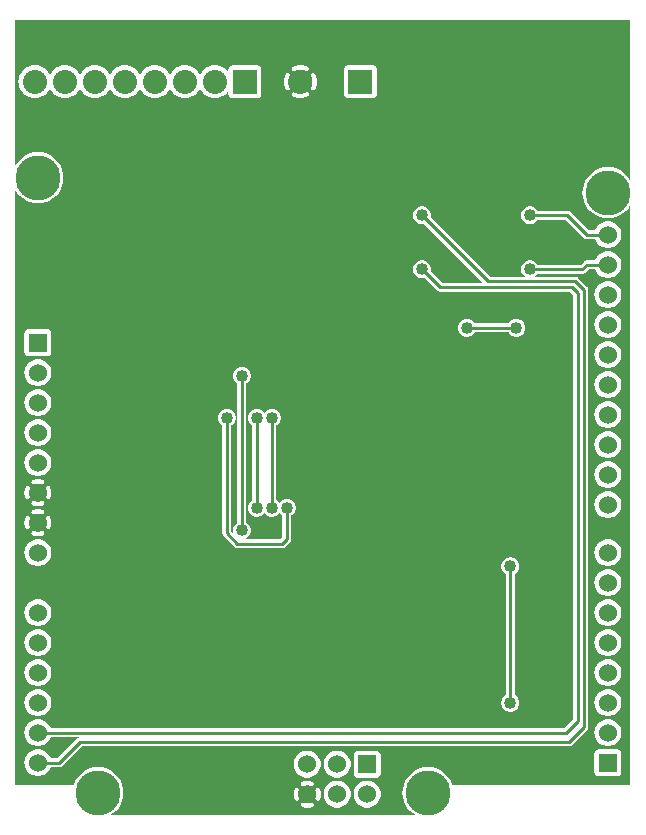
<source format=gbr>
G04 start of page 3 for group 1 idx 1 *
G04 Title: (unknown), solder *
G04 Creator: pcb 20140316 *
G04 CreationDate: Wed 30 Mar 2016 07:43:05 PM GMT UTC *
G04 For: ndholmes *
G04 Format: Gerber/RS-274X *
G04 PCB-Dimensions (mil): 2100.00 2700.00 *
G04 PCB-Coordinate-Origin: lower left *
%MOIN*%
%FSLAX25Y25*%
%LNBOTTOM*%
%ADD43C,0.0480*%
%ADD42C,0.1285*%
%ADD41C,0.0380*%
%ADD40C,0.0200*%
%ADD39C,0.0400*%
%ADD38C,0.0800*%
%ADD37C,0.1500*%
%ADD36C,0.0600*%
%ADD35C,0.0100*%
%ADD34C,0.0001*%
G54D34*G36*
X13613Y115000D02*X22500D01*
Y95000D01*
X13613D01*
Y97853D01*
X13656Y97860D01*
X13768Y97897D01*
X13873Y97952D01*
X13968Y98022D01*
X14051Y98106D01*
X14119Y98202D01*
X14170Y98308D01*
X14318Y98716D01*
X14422Y99137D01*
X14484Y99567D01*
X14505Y100000D01*
X14484Y100433D01*
X14422Y100863D01*
X14318Y101284D01*
X14175Y101694D01*
X14122Y101800D01*
X14053Y101896D01*
X13970Y101981D01*
X13875Y102051D01*
X13769Y102106D01*
X13657Y102143D01*
X13613Y102151D01*
Y107853D01*
X13656Y107860D01*
X13768Y107897D01*
X13873Y107952D01*
X13968Y108022D01*
X14051Y108106D01*
X14119Y108202D01*
X14170Y108308D01*
X14318Y108716D01*
X14422Y109137D01*
X14484Y109567D01*
X14505Y110000D01*
X14484Y110433D01*
X14422Y110863D01*
X14318Y111284D01*
X14175Y111694D01*
X14122Y111800D01*
X14053Y111896D01*
X13970Y111981D01*
X13875Y112051D01*
X13769Y112106D01*
X13657Y112143D01*
X13613Y112151D01*
Y115000D01*
G37*
G36*
X10002D02*X13613D01*
Y112151D01*
X13540Y112163D01*
X13421Y112164D01*
X13304Y112146D01*
X13191Y112110D01*
X13085Y112057D01*
X12988Y111988D01*
X12904Y111905D01*
X12833Y111809D01*
X12779Y111704D01*
X12741Y111592D01*
X12722Y111475D01*
X12721Y111356D01*
X12739Y111239D01*
X12777Y111126D01*
X12876Y110855D01*
X12944Y110575D01*
X12986Y110289D01*
X13000Y110000D01*
X12986Y109711D01*
X12944Y109425D01*
X12876Y109145D01*
X12780Y108872D01*
X12742Y108761D01*
X12725Y108644D01*
X12725Y108526D01*
X12745Y108409D01*
X12782Y108297D01*
X12836Y108193D01*
X12906Y108098D01*
X12991Y108015D01*
X13087Y107946D01*
X13192Y107893D01*
X13305Y107857D01*
X13421Y107840D01*
X13539Y107841D01*
X13613Y107853D01*
Y102151D01*
X13540Y102163D01*
X13421Y102164D01*
X13304Y102146D01*
X13191Y102110D01*
X13085Y102057D01*
X12988Y101988D01*
X12904Y101905D01*
X12833Y101809D01*
X12779Y101704D01*
X12741Y101592D01*
X12722Y101475D01*
X12721Y101356D01*
X12739Y101239D01*
X12777Y101126D01*
X12876Y100855D01*
X12944Y100575D01*
X12986Y100289D01*
X13000Y100000D01*
X12986Y99711D01*
X12944Y99425D01*
X12876Y99145D01*
X12780Y98872D01*
X12742Y98761D01*
X12725Y98644D01*
X12725Y98526D01*
X12745Y98409D01*
X12782Y98297D01*
X12836Y98193D01*
X12906Y98098D01*
X12991Y98015D01*
X13087Y97946D01*
X13192Y97893D01*
X13305Y97857D01*
X13421Y97840D01*
X13539Y97841D01*
X13613Y97853D01*
Y95000D01*
X10002D01*
Y95495D01*
X10433Y95516D01*
X10863Y95578D01*
X11284Y95682D01*
X11694Y95825D01*
X11800Y95878D01*
X11896Y95947D01*
X11981Y96030D01*
X12051Y96125D01*
X12106Y96231D01*
X12143Y96343D01*
X12163Y96460D01*
X12164Y96579D01*
X12146Y96696D01*
X12110Y96809D01*
X12057Y96915D01*
X11988Y97012D01*
X11905Y97096D01*
X11809Y97167D01*
X11704Y97221D01*
X11592Y97259D01*
X11475Y97278D01*
X11356Y97279D01*
X11239Y97261D01*
X11126Y97223D01*
X10855Y97124D01*
X10575Y97056D01*
X10289Y97014D01*
X10002Y97000D01*
Y103000D01*
X10289Y102986D01*
X10575Y102944D01*
X10855Y102876D01*
X11128Y102780D01*
X11239Y102742D01*
X11356Y102725D01*
X11474Y102725D01*
X11591Y102745D01*
X11703Y102782D01*
X11807Y102836D01*
X11902Y102906D01*
X11985Y102991D01*
X12054Y103087D01*
X12107Y103192D01*
X12143Y103305D01*
X12160Y103421D01*
X12159Y103539D01*
X12140Y103656D01*
X12103Y103768D01*
X12048Y103873D01*
X11978Y103968D01*
X11894Y104051D01*
X11798Y104119D01*
X11692Y104170D01*
X11284Y104318D01*
X10863Y104422D01*
X10433Y104484D01*
X10002Y104505D01*
Y105495D01*
X10433Y105516D01*
X10863Y105578D01*
X11284Y105682D01*
X11694Y105825D01*
X11800Y105878D01*
X11896Y105947D01*
X11981Y106030D01*
X12051Y106125D01*
X12106Y106231D01*
X12143Y106343D01*
X12163Y106460D01*
X12164Y106579D01*
X12146Y106696D01*
X12110Y106809D01*
X12057Y106915D01*
X11988Y107012D01*
X11905Y107096D01*
X11809Y107167D01*
X11704Y107221D01*
X11592Y107259D01*
X11475Y107278D01*
X11356Y107279D01*
X11239Y107261D01*
X11126Y107223D01*
X10855Y107124D01*
X10575Y107056D01*
X10289Y107014D01*
X10002Y107000D01*
Y113000D01*
X10289Y112986D01*
X10575Y112944D01*
X10855Y112876D01*
X11128Y112780D01*
X11239Y112742D01*
X11356Y112725D01*
X11474Y112725D01*
X11591Y112745D01*
X11703Y112782D01*
X11807Y112836D01*
X11902Y112906D01*
X11985Y112991D01*
X12054Y113087D01*
X12107Y113192D01*
X12143Y113305D01*
X12160Y113421D01*
X12159Y113539D01*
X12140Y113656D01*
X12103Y113768D01*
X12048Y113873D01*
X11978Y113968D01*
X11894Y114051D01*
X11798Y114119D01*
X11692Y114170D01*
X11284Y114318D01*
X10863Y114422D01*
X10433Y114484D01*
X10002Y114505D01*
Y115000D01*
G37*
G36*
X6387D02*X10002D01*
Y114505D01*
X10000Y114505D01*
X9567Y114484D01*
X9137Y114422D01*
X8716Y114318D01*
X8306Y114175D01*
X8200Y114122D01*
X8104Y114053D01*
X8019Y113970D01*
X7949Y113875D01*
X7894Y113769D01*
X7857Y113657D01*
X7837Y113540D01*
X7836Y113421D01*
X7854Y113304D01*
X7890Y113191D01*
X7943Y113085D01*
X8012Y112988D01*
X8095Y112904D01*
X8191Y112833D01*
X8296Y112779D01*
X8408Y112741D01*
X8525Y112722D01*
X8644Y112721D01*
X8761Y112739D01*
X8874Y112777D01*
X9145Y112876D01*
X9425Y112944D01*
X9711Y112986D01*
X10000Y113000D01*
X10002Y113000D01*
Y107000D01*
X10000Y107000D01*
X9711Y107014D01*
X9425Y107056D01*
X9145Y107124D01*
X8872Y107220D01*
X8761Y107258D01*
X8644Y107275D01*
X8526Y107275D01*
X8409Y107255D01*
X8297Y107218D01*
X8193Y107164D01*
X8098Y107094D01*
X8015Y107009D01*
X7946Y106913D01*
X7893Y106808D01*
X7857Y106695D01*
X7840Y106579D01*
X7841Y106461D01*
X7860Y106344D01*
X7897Y106232D01*
X7952Y106127D01*
X8022Y106032D01*
X8106Y105949D01*
X8202Y105881D01*
X8308Y105830D01*
X8716Y105682D01*
X9137Y105578D01*
X9567Y105516D01*
X10000Y105495D01*
X10002Y105495D01*
Y104505D01*
X10000Y104505D01*
X9567Y104484D01*
X9137Y104422D01*
X8716Y104318D01*
X8306Y104175D01*
X8200Y104122D01*
X8104Y104053D01*
X8019Y103970D01*
X7949Y103875D01*
X7894Y103769D01*
X7857Y103657D01*
X7837Y103540D01*
X7836Y103421D01*
X7854Y103304D01*
X7890Y103191D01*
X7943Y103085D01*
X8012Y102988D01*
X8095Y102904D01*
X8191Y102833D01*
X8296Y102779D01*
X8408Y102741D01*
X8525Y102722D01*
X8644Y102721D01*
X8761Y102739D01*
X8874Y102777D01*
X9145Y102876D01*
X9425Y102944D01*
X9711Y102986D01*
X10000Y103000D01*
X10002Y103000D01*
Y97000D01*
X10000Y97000D01*
X9711Y97014D01*
X9425Y97056D01*
X9145Y97124D01*
X8872Y97220D01*
X8761Y97258D01*
X8644Y97275D01*
X8526Y97275D01*
X8409Y97255D01*
X8297Y97218D01*
X8193Y97164D01*
X8098Y97094D01*
X8015Y97009D01*
X7946Y96913D01*
X7893Y96808D01*
X7857Y96695D01*
X7840Y96579D01*
X7841Y96461D01*
X7860Y96344D01*
X7897Y96232D01*
X7952Y96127D01*
X8022Y96032D01*
X8106Y95949D01*
X8202Y95881D01*
X8308Y95830D01*
X8716Y95682D01*
X9137Y95578D01*
X9567Y95516D01*
X10000Y95495D01*
X10002Y95495D01*
Y95000D01*
X6387D01*
Y97849D01*
X6460Y97837D01*
X6579Y97836D01*
X6696Y97854D01*
X6809Y97890D01*
X6915Y97943D01*
X7012Y98012D01*
X7096Y98095D01*
X7167Y98191D01*
X7221Y98296D01*
X7259Y98408D01*
X7278Y98525D01*
X7279Y98644D01*
X7261Y98761D01*
X7223Y98874D01*
X7124Y99145D01*
X7056Y99425D01*
X7014Y99711D01*
X7000Y100000D01*
X7014Y100289D01*
X7056Y100575D01*
X7124Y100855D01*
X7220Y101128D01*
X7258Y101239D01*
X7275Y101356D01*
X7275Y101474D01*
X7255Y101591D01*
X7218Y101703D01*
X7164Y101807D01*
X7094Y101902D01*
X7009Y101985D01*
X6913Y102054D01*
X6808Y102107D01*
X6695Y102143D01*
X6579Y102160D01*
X6461Y102159D01*
X6387Y102147D01*
Y107849D01*
X6460Y107837D01*
X6579Y107836D01*
X6696Y107854D01*
X6809Y107890D01*
X6915Y107943D01*
X7012Y108012D01*
X7096Y108095D01*
X7167Y108191D01*
X7221Y108296D01*
X7259Y108408D01*
X7278Y108525D01*
X7279Y108644D01*
X7261Y108761D01*
X7223Y108874D01*
X7124Y109145D01*
X7056Y109425D01*
X7014Y109711D01*
X7000Y110000D01*
X7014Y110289D01*
X7056Y110575D01*
X7124Y110855D01*
X7220Y111128D01*
X7258Y111239D01*
X7275Y111356D01*
X7275Y111474D01*
X7255Y111591D01*
X7218Y111703D01*
X7164Y111807D01*
X7094Y111902D01*
X7009Y111985D01*
X6913Y112054D01*
X6808Y112107D01*
X6695Y112143D01*
X6579Y112160D01*
X6461Y112159D01*
X6387Y112147D01*
Y115000D01*
G37*
G36*
X4500D02*X6387D01*
Y112147D01*
X6344Y112140D01*
X6232Y112103D01*
X6127Y112048D01*
X6032Y111978D01*
X5949Y111894D01*
X5881Y111798D01*
X5830Y111692D01*
X5682Y111284D01*
X5578Y110863D01*
X5516Y110433D01*
X5495Y110000D01*
X5516Y109567D01*
X5578Y109137D01*
X5682Y108716D01*
X5825Y108306D01*
X5878Y108200D01*
X5947Y108104D01*
X6030Y108019D01*
X6125Y107949D01*
X6231Y107894D01*
X6343Y107857D01*
X6387Y107849D01*
Y102147D01*
X6344Y102140D01*
X6232Y102103D01*
X6127Y102048D01*
X6032Y101978D01*
X5949Y101894D01*
X5881Y101798D01*
X5830Y101692D01*
X5682Y101284D01*
X5578Y100863D01*
X5516Y100433D01*
X5495Y100000D01*
X5516Y99567D01*
X5578Y99137D01*
X5682Y98716D01*
X5825Y98306D01*
X5878Y98200D01*
X5947Y98104D01*
X6030Y98019D01*
X6125Y97949D01*
X6231Y97894D01*
X6343Y97857D01*
X6387Y97849D01*
Y95000D01*
X4500D01*
Y115000D01*
G37*
G36*
X167495Y162767D02*X167731Y162565D01*
X168134Y162319D01*
X168570Y162138D01*
X169029Y162028D01*
X169500Y161991D01*
X169971Y162028D01*
X170430Y162138D01*
X170866Y162319D01*
X171269Y162565D01*
X171628Y162872D01*
X171935Y163231D01*
X172181Y163634D01*
X172362Y164070D01*
X172472Y164529D01*
X172500Y165000D01*
X172472Y165471D01*
X172362Y165930D01*
X172181Y166366D01*
X171935Y166769D01*
X171628Y167128D01*
X171269Y167435D01*
X170866Y167681D01*
X170430Y167862D01*
X169971Y167972D01*
X169500Y168009D01*
X169029Y167972D01*
X168570Y167862D01*
X168134Y167681D01*
X167731Y167435D01*
X167495Y167233D01*
Y177000D01*
X187379D01*
X188500Y175879D01*
Y34621D01*
X185379Y31500D01*
X167495D01*
Y36991D01*
X167500Y36991D01*
X167971Y37028D01*
X168430Y37138D01*
X168866Y37319D01*
X169269Y37565D01*
X169628Y37872D01*
X169935Y38231D01*
X170181Y38634D01*
X170362Y39070D01*
X170472Y39529D01*
X170500Y40000D01*
X170472Y40471D01*
X170362Y40930D01*
X170181Y41366D01*
X169935Y41769D01*
X169628Y42128D01*
X169269Y42435D01*
X169000Y42599D01*
Y82901D01*
X169269Y83065D01*
X169628Y83372D01*
X169935Y83731D01*
X170181Y84134D01*
X170362Y84570D01*
X170472Y85029D01*
X170500Y85500D01*
X170472Y85971D01*
X170362Y86430D01*
X170181Y86866D01*
X169935Y87269D01*
X169628Y87628D01*
X169269Y87935D01*
X168866Y88181D01*
X168430Y88362D01*
X167971Y88472D01*
X167500Y88509D01*
X167495Y88509D01*
Y162767D01*
G37*
G36*
Y167233D02*X167372Y167128D01*
X167065Y166769D01*
X166901Y166500D01*
X161245D01*
Y177000D01*
X167495D01*
Y167233D01*
G37*
G36*
X161245Y163500D02*X166901D01*
X167065Y163231D01*
X167372Y162872D01*
X167495Y162767D01*
Y88509D01*
X167029Y88472D01*
X166570Y88362D01*
X166134Y88181D01*
X165731Y87935D01*
X165372Y87628D01*
X165065Y87269D01*
X164819Y86866D01*
X164638Y86430D01*
X164528Y85971D01*
X164491Y85500D01*
X164528Y85029D01*
X164638Y84570D01*
X164819Y84134D01*
X165065Y83731D01*
X165372Y83372D01*
X165731Y83065D01*
X166000Y82901D01*
Y42599D01*
X165731Y42435D01*
X165372Y42128D01*
X165065Y41769D01*
X164819Y41366D01*
X164638Y40930D01*
X164528Y40471D01*
X164491Y40000D01*
X164528Y39529D01*
X164638Y39070D01*
X164819Y38634D01*
X165065Y38231D01*
X165372Y37872D01*
X165731Y37565D01*
X166134Y37319D01*
X166570Y37138D01*
X167029Y37028D01*
X167495Y36991D01*
Y31500D01*
X161245D01*
Y163500D01*
G37*
G36*
X200000Y201474D02*X201334Y201579D01*
X202635Y201891D01*
X203871Y202403D01*
X205012Y203102D01*
X206029Y203971D01*
X206898Y204988D01*
X207500Y205971D01*
Y12500D01*
X200000D01*
Y15507D01*
X203235Y15514D01*
X203465Y15569D01*
X203683Y15659D01*
X203884Y15783D01*
X204064Y15936D01*
X204217Y16116D01*
X204341Y16317D01*
X204431Y16535D01*
X204486Y16765D01*
X204500Y17000D01*
X204486Y23235D01*
X204431Y23465D01*
X204341Y23683D01*
X204217Y23884D01*
X204064Y24064D01*
X203884Y24217D01*
X203683Y24341D01*
X203465Y24431D01*
X203235Y24486D01*
X203000Y24500D01*
X200000Y24493D01*
Y25486D01*
X200706Y25542D01*
X201395Y25707D01*
X202049Y25978D01*
X202653Y26348D01*
X203192Y26808D01*
X203652Y27347D01*
X204022Y27951D01*
X204293Y28605D01*
X204458Y29294D01*
X204500Y30000D01*
X204458Y30706D01*
X204293Y31395D01*
X204022Y32049D01*
X203652Y32653D01*
X203192Y33192D01*
X202653Y33652D01*
X202049Y34022D01*
X201395Y34293D01*
X200706Y34458D01*
X200000Y34514D01*
Y35486D01*
X200706Y35542D01*
X201395Y35707D01*
X202049Y35978D01*
X202653Y36348D01*
X203192Y36808D01*
X203652Y37347D01*
X204022Y37951D01*
X204293Y38605D01*
X204458Y39294D01*
X204500Y40000D01*
X204458Y40706D01*
X204293Y41395D01*
X204022Y42049D01*
X203652Y42653D01*
X203192Y43192D01*
X202653Y43652D01*
X202049Y44022D01*
X201395Y44293D01*
X200706Y44458D01*
X200000Y44514D01*
Y45486D01*
X200706Y45542D01*
X201395Y45707D01*
X202049Y45978D01*
X202653Y46348D01*
X203192Y46808D01*
X203652Y47347D01*
X204022Y47951D01*
X204293Y48605D01*
X204458Y49294D01*
X204500Y50000D01*
X204458Y50706D01*
X204293Y51395D01*
X204022Y52049D01*
X203652Y52653D01*
X203192Y53192D01*
X202653Y53652D01*
X202049Y54022D01*
X201395Y54293D01*
X200706Y54458D01*
X200000Y54514D01*
Y55486D01*
X200706Y55542D01*
X201395Y55707D01*
X202049Y55978D01*
X202653Y56348D01*
X203192Y56808D01*
X203652Y57347D01*
X204022Y57951D01*
X204293Y58605D01*
X204458Y59294D01*
X204500Y60000D01*
X204458Y60706D01*
X204293Y61395D01*
X204022Y62049D01*
X203652Y62653D01*
X203192Y63192D01*
X202653Y63652D01*
X202049Y64022D01*
X201395Y64293D01*
X200706Y64458D01*
X200000Y64514D01*
Y65486D01*
X200706Y65542D01*
X201395Y65707D01*
X202049Y65978D01*
X202653Y66348D01*
X203192Y66808D01*
X203652Y67347D01*
X204022Y67951D01*
X204293Y68605D01*
X204458Y69294D01*
X204500Y70000D01*
X204458Y70706D01*
X204293Y71395D01*
X204022Y72049D01*
X203652Y72653D01*
X203192Y73192D01*
X202653Y73652D01*
X202049Y74022D01*
X201395Y74293D01*
X200706Y74458D01*
X200000Y74514D01*
Y75486D01*
X200706Y75542D01*
X201395Y75707D01*
X202049Y75978D01*
X202653Y76348D01*
X203192Y76808D01*
X203652Y77347D01*
X204022Y77951D01*
X204293Y78605D01*
X204458Y79294D01*
X204500Y80000D01*
X204458Y80706D01*
X204293Y81395D01*
X204022Y82049D01*
X203652Y82653D01*
X203192Y83192D01*
X202653Y83652D01*
X202049Y84022D01*
X201395Y84293D01*
X200706Y84458D01*
X200000Y84514D01*
Y85486D01*
X200706Y85542D01*
X201395Y85707D01*
X202049Y85978D01*
X202653Y86348D01*
X203192Y86808D01*
X203652Y87347D01*
X204022Y87951D01*
X204293Y88605D01*
X204458Y89294D01*
X204500Y90000D01*
X204458Y90706D01*
X204293Y91395D01*
X204022Y92049D01*
X203652Y92653D01*
X203192Y93192D01*
X202653Y93652D01*
X202049Y94022D01*
X201395Y94293D01*
X200706Y94458D01*
X200000Y94514D01*
Y101486D01*
X200706Y101542D01*
X201395Y101707D01*
X202049Y101978D01*
X202653Y102348D01*
X203192Y102808D01*
X203652Y103347D01*
X204022Y103951D01*
X204293Y104605D01*
X204458Y105294D01*
X204500Y106000D01*
X204458Y106706D01*
X204293Y107395D01*
X204022Y108049D01*
X203652Y108653D01*
X203192Y109192D01*
X202653Y109652D01*
X202049Y110022D01*
X201395Y110293D01*
X200706Y110458D01*
X200000Y110514D01*
Y111486D01*
X200706Y111542D01*
X201395Y111707D01*
X202049Y111978D01*
X202653Y112348D01*
X203192Y112808D01*
X203652Y113347D01*
X204022Y113951D01*
X204293Y114605D01*
X204458Y115294D01*
X204500Y116000D01*
X204458Y116706D01*
X204293Y117395D01*
X204022Y118049D01*
X203652Y118653D01*
X203192Y119192D01*
X202653Y119652D01*
X202049Y120022D01*
X201395Y120293D01*
X200706Y120458D01*
X200000Y120514D01*
Y121486D01*
X200706Y121542D01*
X201395Y121707D01*
X202049Y121978D01*
X202653Y122348D01*
X203192Y122808D01*
X203652Y123347D01*
X204022Y123951D01*
X204293Y124605D01*
X204458Y125294D01*
X204500Y126000D01*
X204458Y126706D01*
X204293Y127395D01*
X204022Y128049D01*
X203652Y128653D01*
X203192Y129192D01*
X202653Y129652D01*
X202049Y130022D01*
X201395Y130293D01*
X200706Y130458D01*
X200000Y130514D01*
Y131486D01*
X200706Y131542D01*
X201395Y131707D01*
X202049Y131978D01*
X202653Y132348D01*
X203192Y132808D01*
X203652Y133347D01*
X204022Y133951D01*
X204293Y134605D01*
X204458Y135294D01*
X204500Y136000D01*
X204458Y136706D01*
X204293Y137395D01*
X204022Y138049D01*
X203652Y138653D01*
X203192Y139192D01*
X202653Y139652D01*
X202049Y140022D01*
X201395Y140293D01*
X200706Y140458D01*
X200000Y140514D01*
Y141486D01*
X200706Y141542D01*
X201395Y141707D01*
X202049Y141978D01*
X202653Y142348D01*
X203192Y142808D01*
X203652Y143347D01*
X204022Y143951D01*
X204293Y144605D01*
X204458Y145294D01*
X204500Y146000D01*
X204458Y146706D01*
X204293Y147395D01*
X204022Y148049D01*
X203652Y148653D01*
X203192Y149192D01*
X202653Y149652D01*
X202049Y150022D01*
X201395Y150293D01*
X200706Y150458D01*
X200000Y150514D01*
Y151486D01*
X200706Y151542D01*
X201395Y151707D01*
X202049Y151978D01*
X202653Y152348D01*
X203192Y152808D01*
X203652Y153347D01*
X204022Y153951D01*
X204293Y154605D01*
X204458Y155294D01*
X204500Y156000D01*
X204458Y156706D01*
X204293Y157395D01*
X204022Y158049D01*
X203652Y158653D01*
X203192Y159192D01*
X202653Y159652D01*
X202049Y160022D01*
X201395Y160293D01*
X200706Y160458D01*
X200000Y160514D01*
Y161486D01*
X200706Y161542D01*
X201395Y161707D01*
X202049Y161978D01*
X202653Y162348D01*
X203192Y162808D01*
X203652Y163347D01*
X204022Y163951D01*
X204293Y164605D01*
X204458Y165294D01*
X204500Y166000D01*
X204458Y166706D01*
X204293Y167395D01*
X204022Y168049D01*
X203652Y168653D01*
X203192Y169192D01*
X202653Y169652D01*
X202049Y170022D01*
X201395Y170293D01*
X200706Y170458D01*
X200000Y170514D01*
Y171486D01*
X200706Y171542D01*
X201395Y171707D01*
X202049Y171978D01*
X202653Y172348D01*
X203192Y172808D01*
X203652Y173347D01*
X204022Y173951D01*
X204293Y174605D01*
X204458Y175294D01*
X204500Y176000D01*
X204458Y176706D01*
X204293Y177395D01*
X204022Y178049D01*
X203652Y178653D01*
X203192Y179192D01*
X202653Y179652D01*
X202049Y180022D01*
X201395Y180293D01*
X200706Y180458D01*
X200000Y180514D01*
Y181486D01*
X200706Y181542D01*
X201395Y181707D01*
X202049Y181978D01*
X202653Y182348D01*
X203192Y182808D01*
X203652Y183347D01*
X204022Y183951D01*
X204293Y184605D01*
X204458Y185294D01*
X204500Y186000D01*
X204458Y186706D01*
X204293Y187395D01*
X204022Y188049D01*
X203652Y188653D01*
X203192Y189192D01*
X202653Y189652D01*
X202049Y190022D01*
X201395Y190293D01*
X200706Y190458D01*
X200000Y190514D01*
Y191486D01*
X200706Y191542D01*
X201395Y191707D01*
X202049Y191978D01*
X202653Y192348D01*
X203192Y192808D01*
X203652Y193347D01*
X204022Y193951D01*
X204293Y194605D01*
X204458Y195294D01*
X204500Y196000D01*
X204458Y196706D01*
X204293Y197395D01*
X204022Y198049D01*
X203652Y198653D01*
X203192Y199192D01*
X202653Y199652D01*
X202049Y200022D01*
X201395Y200293D01*
X200706Y200458D01*
X200000Y200514D01*
Y201474D01*
G37*
G36*
Y267500D02*X207500D01*
Y214029D01*
X206898Y215012D01*
X206029Y216029D01*
X205012Y216898D01*
X203871Y217597D01*
X202635Y218109D01*
X201334Y218421D01*
X200000Y218526D01*
Y267500D01*
G37*
G36*
Y190514D02*X199294Y190458D01*
X198605Y190293D01*
X197951Y190022D01*
X197347Y189652D01*
X196808Y189192D01*
X196348Y188653D01*
X195978Y188049D01*
X195751Y187500D01*
X193059D01*
X193000Y187505D01*
X192765Y187486D01*
X192535Y187431D01*
X192317Y187341D01*
X192116Y187217D01*
X192115Y187217D01*
X191936Y187064D01*
X191898Y187019D01*
X190879Y186000D01*
X187745D01*
Y199133D01*
X191898Y194981D01*
X191936Y194936D01*
X192116Y194783D01*
X192317Y194659D01*
X192535Y194569D01*
X192765Y194514D01*
X193000Y194495D01*
X193059Y194500D01*
X195751D01*
X195978Y193951D01*
X196348Y193347D01*
X196808Y192808D01*
X197347Y192348D01*
X197951Y191978D01*
X198605Y191707D01*
X199294Y191542D01*
X200000Y191486D01*
Y190514D01*
G37*
G36*
Y12500D02*X187745D01*
Y25698D01*
X187884Y25783D01*
X188064Y25936D01*
X188102Y25981D01*
X193019Y30898D01*
X193064Y30936D01*
X193217Y31115D01*
X193217Y31116D01*
X193341Y31317D01*
X193431Y31535D01*
X193486Y31765D01*
X193505Y32000D01*
X193500Y32059D01*
Y177441D01*
X193505Y177500D01*
X193486Y177735D01*
X193431Y177965D01*
X193341Y178183D01*
X193217Y178384D01*
X193064Y178564D01*
X193019Y178602D01*
X190102Y181519D01*
X190064Y181564D01*
X189884Y181717D01*
X189683Y181841D01*
X189465Y181931D01*
X189235Y181986D01*
X189000Y182005D01*
X188941Y182000D01*
X187745D01*
Y183000D01*
X191441D01*
X191500Y182995D01*
X191735Y183014D01*
X191735Y183014D01*
X191965Y183069D01*
X192183Y183159D01*
X192384Y183283D01*
X192564Y183436D01*
X192602Y183481D01*
X193621Y184500D01*
X195751D01*
X195978Y183951D01*
X196348Y183347D01*
X196808Y182808D01*
X197347Y182348D01*
X197951Y181978D01*
X198605Y181707D01*
X199294Y181542D01*
X200000Y181486D01*
Y180514D01*
X199294Y180458D01*
X198605Y180293D01*
X197951Y180022D01*
X197347Y179652D01*
X196808Y179192D01*
X196348Y178653D01*
X195978Y178049D01*
X195707Y177395D01*
X195542Y176706D01*
X195486Y176000D01*
X195542Y175294D01*
X195707Y174605D01*
X195978Y173951D01*
X196348Y173347D01*
X196808Y172808D01*
X197347Y172348D01*
X197951Y171978D01*
X198605Y171707D01*
X199294Y171542D01*
X200000Y171486D01*
Y170514D01*
X199294Y170458D01*
X198605Y170293D01*
X197951Y170022D01*
X197347Y169652D01*
X196808Y169192D01*
X196348Y168653D01*
X195978Y168049D01*
X195707Y167395D01*
X195542Y166706D01*
X195486Y166000D01*
X195542Y165294D01*
X195707Y164605D01*
X195978Y163951D01*
X196348Y163347D01*
X196808Y162808D01*
X197347Y162348D01*
X197951Y161978D01*
X198605Y161707D01*
X199294Y161542D01*
X200000Y161486D01*
Y160514D01*
X199294Y160458D01*
X198605Y160293D01*
X197951Y160022D01*
X197347Y159652D01*
X196808Y159192D01*
X196348Y158653D01*
X195978Y158049D01*
X195707Y157395D01*
X195542Y156706D01*
X195486Y156000D01*
X195542Y155294D01*
X195707Y154605D01*
X195978Y153951D01*
X196348Y153347D01*
X196808Y152808D01*
X197347Y152348D01*
X197951Y151978D01*
X198605Y151707D01*
X199294Y151542D01*
X200000Y151486D01*
Y150514D01*
X199294Y150458D01*
X198605Y150293D01*
X197951Y150022D01*
X197347Y149652D01*
X196808Y149192D01*
X196348Y148653D01*
X195978Y148049D01*
X195707Y147395D01*
X195542Y146706D01*
X195486Y146000D01*
X195542Y145294D01*
X195707Y144605D01*
X195978Y143951D01*
X196348Y143347D01*
X196808Y142808D01*
X197347Y142348D01*
X197951Y141978D01*
X198605Y141707D01*
X199294Y141542D01*
X200000Y141486D01*
Y140514D01*
X199294Y140458D01*
X198605Y140293D01*
X197951Y140022D01*
X197347Y139652D01*
X196808Y139192D01*
X196348Y138653D01*
X195978Y138049D01*
X195707Y137395D01*
X195542Y136706D01*
X195486Y136000D01*
X195542Y135294D01*
X195707Y134605D01*
X195978Y133951D01*
X196348Y133347D01*
X196808Y132808D01*
X197347Y132348D01*
X197951Y131978D01*
X198605Y131707D01*
X199294Y131542D01*
X200000Y131486D01*
Y130514D01*
X199294Y130458D01*
X198605Y130293D01*
X197951Y130022D01*
X197347Y129652D01*
X196808Y129192D01*
X196348Y128653D01*
X195978Y128049D01*
X195707Y127395D01*
X195542Y126706D01*
X195486Y126000D01*
X195542Y125294D01*
X195707Y124605D01*
X195978Y123951D01*
X196348Y123347D01*
X196808Y122808D01*
X197347Y122348D01*
X197951Y121978D01*
X198605Y121707D01*
X199294Y121542D01*
X200000Y121486D01*
Y120514D01*
X199294Y120458D01*
X198605Y120293D01*
X197951Y120022D01*
X197347Y119652D01*
X196808Y119192D01*
X196348Y118653D01*
X195978Y118049D01*
X195707Y117395D01*
X195542Y116706D01*
X195486Y116000D01*
X195542Y115294D01*
X195707Y114605D01*
X195978Y113951D01*
X196348Y113347D01*
X196808Y112808D01*
X197347Y112348D01*
X197951Y111978D01*
X198605Y111707D01*
X199294Y111542D01*
X200000Y111486D01*
Y110514D01*
X199294Y110458D01*
X198605Y110293D01*
X197951Y110022D01*
X197347Y109652D01*
X196808Y109192D01*
X196348Y108653D01*
X195978Y108049D01*
X195707Y107395D01*
X195542Y106706D01*
X195486Y106000D01*
X195542Y105294D01*
X195707Y104605D01*
X195978Y103951D01*
X196348Y103347D01*
X196808Y102808D01*
X197347Y102348D01*
X197951Y101978D01*
X198605Y101707D01*
X199294Y101542D01*
X200000Y101486D01*
Y94514D01*
X199294Y94458D01*
X198605Y94293D01*
X197951Y94022D01*
X197347Y93652D01*
X196808Y93192D01*
X196348Y92653D01*
X195978Y92049D01*
X195707Y91395D01*
X195542Y90706D01*
X195486Y90000D01*
X195542Y89294D01*
X195707Y88605D01*
X195978Y87951D01*
X196348Y87347D01*
X196808Y86808D01*
X197347Y86348D01*
X197951Y85978D01*
X198605Y85707D01*
X199294Y85542D01*
X200000Y85486D01*
Y84514D01*
X199294Y84458D01*
X198605Y84293D01*
X197951Y84022D01*
X197347Y83652D01*
X196808Y83192D01*
X196348Y82653D01*
X195978Y82049D01*
X195707Y81395D01*
X195542Y80706D01*
X195486Y80000D01*
X195542Y79294D01*
X195707Y78605D01*
X195978Y77951D01*
X196348Y77347D01*
X196808Y76808D01*
X197347Y76348D01*
X197951Y75978D01*
X198605Y75707D01*
X199294Y75542D01*
X200000Y75486D01*
Y74514D01*
X199294Y74458D01*
X198605Y74293D01*
X197951Y74022D01*
X197347Y73652D01*
X196808Y73192D01*
X196348Y72653D01*
X195978Y72049D01*
X195707Y71395D01*
X195542Y70706D01*
X195486Y70000D01*
X195542Y69294D01*
X195707Y68605D01*
X195978Y67951D01*
X196348Y67347D01*
X196808Y66808D01*
X197347Y66348D01*
X197951Y65978D01*
X198605Y65707D01*
X199294Y65542D01*
X200000Y65486D01*
Y64514D01*
X199294Y64458D01*
X198605Y64293D01*
X197951Y64022D01*
X197347Y63652D01*
X196808Y63192D01*
X196348Y62653D01*
X195978Y62049D01*
X195707Y61395D01*
X195542Y60706D01*
X195486Y60000D01*
X195542Y59294D01*
X195707Y58605D01*
X195978Y57951D01*
X196348Y57347D01*
X196808Y56808D01*
X197347Y56348D01*
X197951Y55978D01*
X198605Y55707D01*
X199294Y55542D01*
X200000Y55486D01*
Y54514D01*
X199294Y54458D01*
X198605Y54293D01*
X197951Y54022D01*
X197347Y53652D01*
X196808Y53192D01*
X196348Y52653D01*
X195978Y52049D01*
X195707Y51395D01*
X195542Y50706D01*
X195486Y50000D01*
X195542Y49294D01*
X195707Y48605D01*
X195978Y47951D01*
X196348Y47347D01*
X196808Y46808D01*
X197347Y46348D01*
X197951Y45978D01*
X198605Y45707D01*
X199294Y45542D01*
X200000Y45486D01*
Y44514D01*
X199294Y44458D01*
X198605Y44293D01*
X197951Y44022D01*
X197347Y43652D01*
X196808Y43192D01*
X196348Y42653D01*
X195978Y42049D01*
X195707Y41395D01*
X195542Y40706D01*
X195486Y40000D01*
X195542Y39294D01*
X195707Y38605D01*
X195978Y37951D01*
X196348Y37347D01*
X196808Y36808D01*
X197347Y36348D01*
X197951Y35978D01*
X198605Y35707D01*
X199294Y35542D01*
X200000Y35486D01*
Y34514D01*
X199294Y34458D01*
X198605Y34293D01*
X197951Y34022D01*
X197347Y33652D01*
X196808Y33192D01*
X196348Y32653D01*
X195978Y32049D01*
X195707Y31395D01*
X195542Y30706D01*
X195486Y30000D01*
X195542Y29294D01*
X195707Y28605D01*
X195978Y27951D01*
X196348Y27347D01*
X196808Y26808D01*
X197347Y26348D01*
X197951Y25978D01*
X198605Y25707D01*
X199294Y25542D01*
X200000Y25486D01*
Y24493D01*
X196765Y24486D01*
X196535Y24431D01*
X196317Y24341D01*
X196116Y24217D01*
X195936Y24064D01*
X195783Y23884D01*
X195659Y23683D01*
X195569Y23465D01*
X195514Y23235D01*
X195500Y23000D01*
X195514Y16765D01*
X195569Y16535D01*
X195659Y16317D01*
X195783Y16116D01*
X195936Y15936D01*
X196116Y15783D01*
X196317Y15659D01*
X196535Y15569D01*
X196765Y15514D01*
X197000Y15500D01*
X200000Y15507D01*
Y12500D01*
G37*
G36*
X187745Y267500D02*X200000D01*
Y218526D01*
X198666Y218421D01*
X197365Y218109D01*
X196129Y217597D01*
X194988Y216898D01*
X193971Y216029D01*
X193102Y215012D01*
X192403Y213871D01*
X191891Y212635D01*
X191579Y211334D01*
X191474Y210000D01*
X191579Y208666D01*
X191891Y207365D01*
X192403Y206129D01*
X193102Y204988D01*
X193971Y203971D01*
X194988Y203102D01*
X196129Y202403D01*
X197365Y201891D01*
X198666Y201579D01*
X200000Y201474D01*
Y200514D01*
X199294Y200458D01*
X198605Y200293D01*
X197951Y200022D01*
X197347Y199652D01*
X196808Y199192D01*
X196348Y198653D01*
X195978Y198049D01*
X195751Y197500D01*
X193621D01*
X187745Y203376D01*
Y267500D01*
G37*
G36*
Y182000D02*X175662D01*
X175769Y182065D01*
X176128Y182372D01*
X176435Y182731D01*
X176599Y183000D01*
X187745D01*
Y182000D01*
G37*
G36*
Y12500D02*X161245D01*
Y25500D01*
X186941D01*
X187000Y25495D01*
X187235Y25514D01*
X187235Y25514D01*
X187465Y25569D01*
X187683Y25659D01*
X187745Y25698D01*
Y12500D01*
G37*
G36*
X161245Y267500D02*X187745D01*
Y203376D01*
X187602Y203519D01*
X187564Y203564D01*
X187384Y203717D01*
X187183Y203841D01*
X186965Y203931D01*
X186735Y203986D01*
X186735Y203986D01*
X186500Y204005D01*
X186441Y204000D01*
X176599D01*
X176435Y204269D01*
X176128Y204628D01*
X175769Y204935D01*
X175366Y205181D01*
X174930Y205362D01*
X174471Y205472D01*
X174000Y205509D01*
X173529Y205472D01*
X173070Y205362D01*
X172634Y205181D01*
X172231Y204935D01*
X171872Y204628D01*
X171565Y204269D01*
X171319Y203866D01*
X171138Y203430D01*
X171028Y202971D01*
X170991Y202500D01*
X171028Y202029D01*
X171138Y201570D01*
X171319Y201134D01*
X171565Y200731D01*
X171872Y200372D01*
X172231Y200065D01*
X172634Y199819D01*
X173070Y199638D01*
X173529Y199528D01*
X174000Y199491D01*
X174471Y199528D01*
X174930Y199638D01*
X175366Y199819D01*
X175769Y200065D01*
X176128Y200372D01*
X176435Y200731D01*
X176599Y201000D01*
X185879D01*
X187745Y199133D01*
Y186000D01*
X176599D01*
X176435Y186269D01*
X176128Y186628D01*
X175769Y186935D01*
X175366Y187181D01*
X174930Y187362D01*
X174471Y187472D01*
X174000Y187509D01*
X173529Y187472D01*
X173070Y187362D01*
X172634Y187181D01*
X172231Y186935D01*
X171872Y186628D01*
X171565Y186269D01*
X171319Y185866D01*
X171138Y185430D01*
X171028Y184971D01*
X170991Y184500D01*
X171028Y184029D01*
X171138Y183570D01*
X171319Y183134D01*
X171565Y182731D01*
X171872Y182372D01*
X172231Y182065D01*
X172338Y182000D01*
X161245D01*
Y267500D01*
G37*
G36*
X82995Y101991D02*X83000Y101991D01*
X83471Y102028D01*
X83930Y102138D01*
X84366Y102319D01*
X84769Y102565D01*
X85128Y102872D01*
X85435Y103231D01*
X85500Y103338D01*
X85565Y103231D01*
X85872Y102872D01*
X86231Y102565D01*
X86634Y102319D01*
X87070Y102138D01*
X87529Y102028D01*
X88000Y101991D01*
X88471Y102028D01*
X88930Y102138D01*
X89366Y102319D01*
X89769Y102565D01*
X90128Y102872D01*
X90435Y103231D01*
X90500Y103338D01*
X90565Y103231D01*
X90872Y102872D01*
X91231Y102565D01*
X91500Y102401D01*
Y95121D01*
X90879Y94500D01*
X82995D01*
Y101991D01*
G37*
G36*
X119803Y25500D02*X161245D01*
Y12500D01*
X148141D01*
X148109Y12635D01*
X147597Y13871D01*
X146898Y15012D01*
X146029Y16029D01*
X145012Y16898D01*
X143871Y17597D01*
X142635Y18109D01*
X141334Y18421D01*
X140000Y18526D01*
X138666Y18421D01*
X137365Y18109D01*
X136129Y17597D01*
X134988Y16898D01*
X133971Y16029D01*
X133102Y15012D01*
X132403Y13871D01*
X131891Y12635D01*
X131859Y12500D01*
X123115D01*
X122995Y12641D01*
X122456Y13101D01*
X121852Y13471D01*
X121198Y13742D01*
X120509Y13907D01*
X119803Y13963D01*
Y14956D01*
X123038Y14963D01*
X123268Y15018D01*
X123486Y15108D01*
X123687Y15232D01*
X123867Y15385D01*
X124020Y15565D01*
X124144Y15766D01*
X124234Y15984D01*
X124289Y16214D01*
X124303Y16449D01*
X124289Y22684D01*
X124234Y22914D01*
X124144Y23132D01*
X124020Y23333D01*
X123867Y23513D01*
X123687Y23666D01*
X123486Y23790D01*
X123268Y23880D01*
X123038Y23935D01*
X122803Y23949D01*
X119803Y23942D01*
Y25500D01*
G37*
G36*
X109796D02*X119803D01*
Y23942D01*
X116568Y23935D01*
X116338Y23880D01*
X116120Y23790D01*
X115919Y23666D01*
X115739Y23513D01*
X115586Y23333D01*
X115462Y23132D01*
X115372Y22914D01*
X115317Y22684D01*
X115303Y22449D01*
X115317Y16214D01*
X115372Y15984D01*
X115462Y15766D01*
X115586Y15565D01*
X115739Y15385D01*
X115919Y15232D01*
X116120Y15108D01*
X116338Y15018D01*
X116568Y14963D01*
X116803Y14949D01*
X119803Y14956D01*
Y13963D01*
X119097Y13907D01*
X118408Y13742D01*
X117754Y13471D01*
X117150Y13101D01*
X116611Y12641D01*
X116491Y12500D01*
X113115D01*
X112995Y12641D01*
X112456Y13101D01*
X111852Y13471D01*
X111198Y13742D01*
X110509Y13907D01*
X109803Y13963D01*
X109796Y13962D01*
Y14936D01*
X109803Y14935D01*
X110509Y14991D01*
X111198Y15156D01*
X111852Y15427D01*
X112456Y15797D01*
X112995Y16257D01*
X113455Y16796D01*
X113825Y17400D01*
X114096Y18054D01*
X114261Y18743D01*
X114303Y19449D01*
X114261Y20155D01*
X114096Y20844D01*
X113825Y21498D01*
X113455Y22102D01*
X112995Y22641D01*
X112456Y23101D01*
X111852Y23471D01*
X111198Y23742D01*
X110509Y23907D01*
X109803Y23963D01*
X109796Y23962D01*
Y25500D01*
G37*
G36*
X99796D02*X109796D01*
Y23962D01*
X109097Y23907D01*
X108408Y23742D01*
X107754Y23471D01*
X107150Y23101D01*
X106611Y22641D01*
X106151Y22102D01*
X105781Y21498D01*
X105510Y20844D01*
X105345Y20155D01*
X105289Y19449D01*
X105345Y18743D01*
X105510Y18054D01*
X105781Y17400D01*
X106151Y16796D01*
X106611Y16257D01*
X107150Y15797D01*
X107754Y15427D01*
X108408Y15156D01*
X109097Y14991D01*
X109796Y14936D01*
Y13962D01*
X109097Y13907D01*
X108408Y13742D01*
X107754Y13471D01*
X107150Y13101D01*
X106611Y12641D01*
X106491Y12500D01*
X101832D01*
X101857Y12536D01*
X101910Y12641D01*
X101946Y12754D01*
X101963Y12870D01*
X101962Y12988D01*
X101943Y13105D01*
X101906Y13217D01*
X101851Y13322D01*
X101781Y13417D01*
X101697Y13500D01*
X101601Y13568D01*
X101495Y13619D01*
X101087Y13767D01*
X100666Y13871D01*
X100236Y13933D01*
X99803Y13954D01*
X99796Y13954D01*
Y14936D01*
X99803Y14935D01*
X100509Y14991D01*
X101198Y15156D01*
X101852Y15427D01*
X102456Y15797D01*
X102995Y16257D01*
X103455Y16796D01*
X103825Y17400D01*
X104096Y18054D01*
X104261Y18743D01*
X104303Y19449D01*
X104261Y20155D01*
X104096Y20844D01*
X103825Y21498D01*
X103455Y22102D01*
X102995Y22641D01*
X102456Y23101D01*
X101852Y23471D01*
X101198Y23742D01*
X100509Y23907D01*
X99803Y23963D01*
X99796Y23962D01*
Y25500D01*
G37*
G36*
X82995D02*X99796D01*
Y23962D01*
X99097Y23907D01*
X98408Y23742D01*
X97754Y23471D01*
X97150Y23101D01*
X96611Y22641D01*
X96151Y22102D01*
X95781Y21498D01*
X95510Y20844D01*
X95345Y20155D01*
X95289Y19449D01*
X95345Y18743D01*
X95510Y18054D01*
X95781Y17400D01*
X96151Y16796D01*
X96611Y16257D01*
X97150Y15797D01*
X97754Y15427D01*
X98408Y15156D01*
X99097Y14991D01*
X99796Y14936D01*
Y13954D01*
X99370Y13933D01*
X98940Y13871D01*
X98519Y13767D01*
X98109Y13624D01*
X98003Y13571D01*
X97907Y13502D01*
X97822Y13419D01*
X97752Y13324D01*
X97697Y13218D01*
X97660Y13106D01*
X97640Y12989D01*
X97639Y12870D01*
X97657Y12753D01*
X97693Y12640D01*
X97746Y12534D01*
X97770Y12500D01*
X82995D01*
Y25500D01*
G37*
G36*
X117500Y267500D02*X161245D01*
Y182000D01*
X160621D01*
X140899Y201723D01*
X140972Y202029D01*
X141000Y202500D01*
X140972Y202971D01*
X140862Y203430D01*
X140681Y203866D01*
X140435Y204269D01*
X140128Y204628D01*
X139769Y204935D01*
X139366Y205181D01*
X138930Y205362D01*
X138471Y205472D01*
X138000Y205509D01*
X137529Y205472D01*
X137070Y205362D01*
X136634Y205181D01*
X136231Y204935D01*
X135872Y204628D01*
X135565Y204269D01*
X135319Y203866D01*
X135138Y203430D01*
X135028Y202971D01*
X134991Y202500D01*
X135028Y202029D01*
X135138Y201570D01*
X135319Y201134D01*
X135565Y200731D01*
X135872Y200372D01*
X136231Y200065D01*
X136634Y199819D01*
X137070Y199638D01*
X137529Y199528D01*
X138000Y199491D01*
X138471Y199528D01*
X138777Y199601D01*
X158379Y180000D01*
X144621D01*
X140899Y183723D01*
X140972Y184029D01*
X141000Y184500D01*
X140972Y184971D01*
X140862Y185430D01*
X140681Y185866D01*
X140435Y186269D01*
X140128Y186628D01*
X139769Y186935D01*
X139366Y187181D01*
X138930Y187362D01*
X138471Y187472D01*
X138000Y187509D01*
X137529Y187472D01*
X137070Y187362D01*
X136634Y187181D01*
X136231Y186935D01*
X135872Y186628D01*
X135565Y186269D01*
X135319Y185866D01*
X135138Y185430D01*
X135028Y184971D01*
X134991Y184500D01*
X135028Y184029D01*
X135138Y183570D01*
X135319Y183134D01*
X135565Y182731D01*
X135872Y182372D01*
X136231Y182065D01*
X136634Y181819D01*
X137070Y181638D01*
X137529Y181528D01*
X138000Y181491D01*
X138471Y181528D01*
X138777Y181601D01*
X142898Y177481D01*
X142936Y177436D01*
X143116Y177283D01*
X143317Y177159D01*
X143535Y177069D01*
X143765Y177014D01*
X144000Y176995D01*
X144059Y177000D01*
X161245D01*
Y166500D01*
X155599D01*
X155435Y166769D01*
X155128Y167128D01*
X154769Y167435D01*
X154366Y167681D01*
X153930Y167862D01*
X153471Y167972D01*
X153000Y168009D01*
X152529Y167972D01*
X152070Y167862D01*
X151634Y167681D01*
X151231Y167435D01*
X150872Y167128D01*
X150565Y166769D01*
X150319Y166366D01*
X150138Y165930D01*
X150028Y165471D01*
X149991Y165000D01*
X150028Y164529D01*
X150138Y164070D01*
X150319Y163634D01*
X150565Y163231D01*
X150872Y162872D01*
X151231Y162565D01*
X151634Y162319D01*
X152070Y162138D01*
X152529Y162028D01*
X153000Y161991D01*
X153471Y162028D01*
X153930Y162138D01*
X154366Y162319D01*
X154769Y162565D01*
X155128Y162872D01*
X155435Y163231D01*
X155599Y163500D01*
X161245D01*
Y31500D01*
X117500D01*
Y241507D01*
X121735Y241514D01*
X121965Y241569D01*
X122183Y241659D01*
X122384Y241783D01*
X122564Y241936D01*
X122717Y242116D01*
X122841Y242317D01*
X122931Y242535D01*
X122986Y242765D01*
X123000Y243000D01*
X122986Y251235D01*
X122931Y251465D01*
X122841Y251683D01*
X122717Y251884D01*
X122564Y252064D01*
X122384Y252217D01*
X122183Y252341D01*
X121965Y252431D01*
X121735Y252486D01*
X121500Y252500D01*
X117500Y252493D01*
Y267500D01*
G37*
G36*
X101993D02*X117500D01*
Y252493D01*
X113265Y252486D01*
X113035Y252431D01*
X112817Y252341D01*
X112616Y252217D01*
X112436Y252064D01*
X112283Y251884D01*
X112159Y251683D01*
X112069Y251465D01*
X112014Y251235D01*
X112000Y251000D01*
X112014Y242765D01*
X112069Y242535D01*
X112159Y242317D01*
X112283Y242116D01*
X112436Y241936D01*
X112616Y241783D01*
X112817Y241659D01*
X113035Y241569D01*
X113265Y241514D01*
X113500Y241500D01*
X117500Y241507D01*
Y31500D01*
X101993D01*
Y244145D01*
X102078Y244181D01*
X102179Y244243D01*
X102269Y244319D01*
X102345Y244409D01*
X102405Y244511D01*
X102622Y244980D01*
X102789Y245469D01*
X102909Y245972D01*
X102982Y246484D01*
X103006Y247000D01*
X102982Y247516D01*
X102909Y248028D01*
X102789Y248531D01*
X102622Y249020D01*
X102410Y249492D01*
X102349Y249593D01*
X102272Y249684D01*
X102182Y249761D01*
X102080Y249823D01*
X101993Y249860D01*
Y267500D01*
G37*
G36*
X97502D02*X101993D01*
Y249860D01*
X101971Y249869D01*
X101855Y249897D01*
X101737Y249906D01*
X101619Y249897D01*
X101503Y249870D01*
X101393Y249824D01*
X101292Y249762D01*
X101202Y249686D01*
X101124Y249595D01*
X101062Y249494D01*
X101016Y249385D01*
X100989Y249269D01*
X100979Y249151D01*
X100988Y249032D01*
X101016Y248917D01*
X101063Y248808D01*
X101221Y248468D01*
X101342Y248112D01*
X101430Y247747D01*
X101482Y247375D01*
X101500Y247000D01*
X101482Y246625D01*
X101430Y246253D01*
X101342Y245888D01*
X101221Y245532D01*
X101067Y245190D01*
X101020Y245082D01*
X100993Y244967D01*
X100983Y244849D01*
X100993Y244732D01*
X101021Y244617D01*
X101066Y244508D01*
X101128Y244407D01*
X101205Y244318D01*
X101295Y244241D01*
X101395Y244180D01*
X101504Y244135D01*
X101619Y244107D01*
X101737Y244098D01*
X101855Y244108D01*
X101969Y244135D01*
X101993Y244145D01*
Y31500D01*
X97502D01*
Y241494D01*
X98016Y241518D01*
X98528Y241591D01*
X99031Y241711D01*
X99520Y241878D01*
X99992Y242090D01*
X100093Y242151D01*
X100184Y242228D01*
X100261Y242318D01*
X100323Y242420D01*
X100369Y242529D01*
X100397Y242645D01*
X100406Y242763D01*
X100397Y242881D01*
X100370Y242997D01*
X100324Y243107D01*
X100262Y243208D01*
X100186Y243298D01*
X100095Y243376D01*
X99994Y243438D01*
X99885Y243484D01*
X99769Y243511D01*
X99651Y243521D01*
X99532Y243512D01*
X99417Y243484D01*
X99308Y243437D01*
X98968Y243279D01*
X98612Y243158D01*
X98247Y243070D01*
X97875Y243018D01*
X97502Y243000D01*
Y251000D01*
X97875Y250982D01*
X98247Y250930D01*
X98612Y250842D01*
X98968Y250721D01*
X99310Y250567D01*
X99418Y250520D01*
X99533Y250493D01*
X99651Y250483D01*
X99768Y250493D01*
X99883Y250521D01*
X99992Y250566D01*
X100093Y250628D01*
X100182Y250705D01*
X100259Y250795D01*
X100320Y250895D01*
X100365Y251004D01*
X100393Y251119D01*
X100402Y251237D01*
X100392Y251355D01*
X100365Y251469D01*
X100319Y251578D01*
X100257Y251679D01*
X100181Y251769D01*
X100091Y251845D01*
X99989Y251905D01*
X99520Y252122D01*
X99031Y252289D01*
X98528Y252409D01*
X98016Y252482D01*
X97502Y252506D01*
Y267500D01*
G37*
G36*
X93007D02*X97502D01*
Y252506D01*
X97500Y252506D01*
X96984Y252482D01*
X96472Y252409D01*
X95969Y252289D01*
X95480Y252122D01*
X95008Y251910D01*
X94907Y251849D01*
X94816Y251772D01*
X94739Y251682D01*
X94677Y251580D01*
X94631Y251471D01*
X94603Y251355D01*
X94594Y251237D01*
X94603Y251119D01*
X94630Y251003D01*
X94676Y250893D01*
X94738Y250792D01*
X94814Y250702D01*
X94905Y250624D01*
X95006Y250562D01*
X95115Y250516D01*
X95231Y250489D01*
X95349Y250479D01*
X95468Y250488D01*
X95583Y250516D01*
X95692Y250563D01*
X96032Y250721D01*
X96388Y250842D01*
X96753Y250930D01*
X97125Y250982D01*
X97500Y251000D01*
X97502Y251000D01*
Y243000D01*
X97500Y243000D01*
X97125Y243018D01*
X96753Y243070D01*
X96388Y243158D01*
X96032Y243279D01*
X95690Y243433D01*
X95582Y243480D01*
X95467Y243507D01*
X95349Y243517D01*
X95232Y243507D01*
X95117Y243479D01*
X95008Y243434D01*
X94907Y243372D01*
X94818Y243295D01*
X94741Y243205D01*
X94680Y243105D01*
X94635Y242996D01*
X94607Y242881D01*
X94598Y242763D01*
X94608Y242645D01*
X94635Y242531D01*
X94681Y242422D01*
X94743Y242321D01*
X94819Y242231D01*
X94909Y242155D01*
X95011Y242095D01*
X95480Y241878D01*
X95969Y241711D01*
X96472Y241591D01*
X96984Y241518D01*
X97500Y241494D01*
X97502Y241494D01*
Y31500D01*
X93007D01*
Y92386D01*
X94019Y93398D01*
X94064Y93436D01*
X94217Y93615D01*
X94217Y93616D01*
X94341Y93817D01*
X94431Y94035D01*
X94486Y94265D01*
X94505Y94500D01*
X94500Y94559D01*
Y102401D01*
X94769Y102565D01*
X95128Y102872D01*
X95435Y103231D01*
X95681Y103634D01*
X95862Y104070D01*
X95972Y104529D01*
X96000Y105000D01*
X95972Y105471D01*
X95862Y105930D01*
X95681Y106366D01*
X95435Y106769D01*
X95128Y107128D01*
X94769Y107435D01*
X94366Y107681D01*
X93930Y107862D01*
X93471Y107972D01*
X93007Y108009D01*
Y244140D01*
X93029Y244131D01*
X93145Y244103D01*
X93263Y244094D01*
X93381Y244103D01*
X93497Y244130D01*
X93607Y244176D01*
X93708Y244238D01*
X93798Y244314D01*
X93876Y244405D01*
X93938Y244506D01*
X93984Y244615D01*
X94011Y244731D01*
X94021Y244849D01*
X94012Y244968D01*
X93984Y245083D01*
X93937Y245192D01*
X93779Y245532D01*
X93658Y245888D01*
X93570Y246253D01*
X93518Y246625D01*
X93500Y247000D01*
X93518Y247375D01*
X93570Y247747D01*
X93658Y248112D01*
X93779Y248468D01*
X93933Y248810D01*
X93980Y248918D01*
X94007Y249033D01*
X94017Y249151D01*
X94007Y249268D01*
X93979Y249383D01*
X93934Y249492D01*
X93872Y249593D01*
X93795Y249682D01*
X93705Y249759D01*
X93605Y249820D01*
X93496Y249865D01*
X93381Y249893D01*
X93263Y249902D01*
X93145Y249892D01*
X93031Y249865D01*
X93007Y249855D01*
Y267500D01*
G37*
G36*
Y31500D02*X82995D01*
Y91500D01*
X91441D01*
X91500Y91495D01*
X91735Y91514D01*
X91735Y91514D01*
X91965Y91569D01*
X92183Y91659D01*
X92384Y91783D01*
X92564Y91936D01*
X92602Y91981D01*
X93007Y92386D01*
Y31500D01*
G37*
G36*
X82995Y267500D02*X93007D01*
Y249855D01*
X92922Y249819D01*
X92821Y249757D01*
X92731Y249681D01*
X92655Y249591D01*
X92595Y249489D01*
X92378Y249020D01*
X92211Y248531D01*
X92091Y248028D01*
X92018Y247516D01*
X91994Y247000D01*
X92018Y246484D01*
X92091Y245972D01*
X92211Y245469D01*
X92378Y244980D01*
X92590Y244508D01*
X92651Y244407D01*
X92728Y244316D01*
X92818Y244239D01*
X92920Y244177D01*
X93007Y244140D01*
Y108009D01*
X93000Y108009D01*
X92529Y107972D01*
X92070Y107862D01*
X91634Y107681D01*
X91231Y107435D01*
X90872Y107128D01*
X90565Y106769D01*
X90500Y106662D01*
X90435Y106769D01*
X90128Y107128D01*
X89769Y107435D01*
X89500Y107599D01*
Y132401D01*
X89769Y132565D01*
X90128Y132872D01*
X90435Y133231D01*
X90681Y133634D01*
X90862Y134070D01*
X90972Y134529D01*
X91000Y135000D01*
X90972Y135471D01*
X90862Y135930D01*
X90681Y136366D01*
X90435Y136769D01*
X90128Y137128D01*
X89769Y137435D01*
X89366Y137681D01*
X88930Y137862D01*
X88471Y137972D01*
X88000Y138009D01*
X87529Y137972D01*
X87070Y137862D01*
X86634Y137681D01*
X86231Y137435D01*
X85872Y137128D01*
X85565Y136769D01*
X85500Y136662D01*
X85435Y136769D01*
X85128Y137128D01*
X84769Y137435D01*
X84366Y137681D01*
X83930Y137862D01*
X83471Y137972D01*
X83000Y138009D01*
X82995Y138009D01*
Y241513D01*
X83235Y241514D01*
X83465Y241569D01*
X83683Y241659D01*
X83884Y241783D01*
X84064Y241936D01*
X84217Y242116D01*
X84341Y242317D01*
X84431Y242535D01*
X84486Y242765D01*
X84500Y243000D01*
X84486Y251235D01*
X84431Y251465D01*
X84341Y251683D01*
X84217Y251884D01*
X84064Y252064D01*
X83884Y252217D01*
X83683Y252341D01*
X83465Y252431D01*
X83235Y252486D01*
X83000Y252500D01*
X82995Y252500D01*
Y267500D01*
G37*
G36*
X9993Y15487D02*X10000Y15486D01*
X10706Y15542D01*
X11395Y15707D01*
X12049Y15978D01*
X12653Y16348D01*
X13192Y16808D01*
X13652Y17347D01*
X14022Y17951D01*
X14249Y18500D01*
X16941D01*
X17000Y18495D01*
X17235Y18514D01*
X17235Y18514D01*
X17465Y18569D01*
X17683Y18659D01*
X17884Y18783D01*
X18064Y18936D01*
X18102Y18981D01*
X24621Y25500D01*
X82995D01*
Y12500D01*
X38141D01*
X38109Y12635D01*
X37597Y13871D01*
X36898Y15012D01*
X36029Y16029D01*
X35012Y16898D01*
X33871Y17597D01*
X32635Y18109D01*
X31334Y18421D01*
X30000Y18526D01*
X28666Y18421D01*
X27365Y18109D01*
X26129Y17597D01*
X24988Y16898D01*
X23971Y16029D01*
X23102Y15012D01*
X22403Y13871D01*
X21891Y12635D01*
X21859Y12500D01*
X9993D01*
Y15487D01*
G37*
G36*
Y25487D02*X10000Y25486D01*
X10706Y25542D01*
X11395Y25707D01*
X12049Y25978D01*
X12653Y26348D01*
X13192Y26808D01*
X13652Y27347D01*
X14022Y27951D01*
X14249Y28500D01*
X23941D01*
X23765Y28486D01*
X23535Y28431D01*
X23317Y28341D01*
X23116Y28217D01*
X23115Y28217D01*
X22936Y28064D01*
X22898Y28019D01*
X16379Y21500D01*
X14249D01*
X14022Y22049D01*
X13652Y22653D01*
X13192Y23192D01*
X12653Y23652D01*
X12049Y24022D01*
X11395Y24293D01*
X10706Y24458D01*
X10000Y24514D01*
X9993Y24513D01*
Y25487D01*
G37*
G36*
Y267500D02*X82995D01*
Y252500D01*
X74765Y252486D01*
X74535Y252431D01*
X74317Y252341D01*
X74116Y252217D01*
X73936Y252064D01*
X73783Y251884D01*
X73659Y251683D01*
X73569Y251465D01*
X73514Y251235D01*
X73500Y251000D01*
X73501Y250181D01*
X73463Y250243D01*
X72901Y250901D01*
X72243Y251463D01*
X71505Y251916D01*
X70705Y252247D01*
X69863Y252449D01*
X69000Y252517D01*
X68137Y252449D01*
X67295Y252247D01*
X66495Y251916D01*
X65757Y251463D01*
X65099Y250901D01*
X64537Y250243D01*
X64084Y249505D01*
X64000Y249301D01*
X63916Y249505D01*
X63463Y250243D01*
X62901Y250901D01*
X62243Y251463D01*
X61505Y251916D01*
X60705Y252247D01*
X59863Y252449D01*
X59000Y252517D01*
X58137Y252449D01*
X57295Y252247D01*
X56495Y251916D01*
X55757Y251463D01*
X55099Y250901D01*
X54537Y250243D01*
X54084Y249505D01*
X54000Y249301D01*
X53916Y249505D01*
X53463Y250243D01*
X52901Y250901D01*
X52243Y251463D01*
X51505Y251916D01*
X50705Y252247D01*
X49863Y252449D01*
X49000Y252517D01*
X48137Y252449D01*
X47295Y252247D01*
X46495Y251916D01*
X45757Y251463D01*
X45099Y250901D01*
X44537Y250243D01*
X44084Y249505D01*
X44000Y249301D01*
X43916Y249505D01*
X43463Y250243D01*
X42901Y250901D01*
X42243Y251463D01*
X41505Y251916D01*
X40705Y252247D01*
X39863Y252449D01*
X39000Y252517D01*
X38137Y252449D01*
X37295Y252247D01*
X36495Y251916D01*
X35757Y251463D01*
X35099Y250901D01*
X34537Y250243D01*
X34084Y249505D01*
X34000Y249301D01*
X33916Y249505D01*
X33463Y250243D01*
X32901Y250901D01*
X32243Y251463D01*
X31505Y251916D01*
X30705Y252247D01*
X29863Y252449D01*
X29000Y252517D01*
X28137Y252449D01*
X27295Y252247D01*
X26495Y251916D01*
X25757Y251463D01*
X25099Y250901D01*
X24537Y250243D01*
X24084Y249505D01*
X24000Y249301D01*
X23916Y249505D01*
X23463Y250243D01*
X22901Y250901D01*
X22243Y251463D01*
X21505Y251916D01*
X20705Y252247D01*
X19863Y252449D01*
X19000Y252517D01*
X18137Y252449D01*
X17295Y252247D01*
X16495Y251916D01*
X15757Y251463D01*
X15099Y250901D01*
X14537Y250243D01*
X14084Y249505D01*
X14000Y249301D01*
X13916Y249505D01*
X13463Y250243D01*
X12901Y250901D01*
X12243Y251463D01*
X11505Y251916D01*
X10705Y252247D01*
X9993Y252418D01*
Y267500D01*
G37*
G36*
X13613Y207296D02*X13871Y207403D01*
X15012Y208102D01*
X16029Y208971D01*
X16898Y209988D01*
X17597Y211129D01*
X18109Y212365D01*
X18421Y213666D01*
X18500Y215000D01*
X18421Y216334D01*
X18109Y217635D01*
X17597Y218871D01*
X16898Y220012D01*
X16029Y221029D01*
X15012Y221898D01*
X13871Y222597D01*
X13613Y222704D01*
Y244002D01*
X13916Y244495D01*
X14000Y244699D01*
X14084Y244495D01*
X14537Y243757D01*
X15099Y243099D01*
X15757Y242537D01*
X16495Y242084D01*
X17295Y241753D01*
X18137Y241551D01*
X19000Y241483D01*
X19863Y241551D01*
X20705Y241753D01*
X21505Y242084D01*
X22243Y242537D01*
X22901Y243099D01*
X23463Y243757D01*
X23916Y244495D01*
X24000Y244699D01*
X24084Y244495D01*
X24537Y243757D01*
X25099Y243099D01*
X25757Y242537D01*
X26495Y242084D01*
X27295Y241753D01*
X28137Y241551D01*
X29000Y241483D01*
X29863Y241551D01*
X30705Y241753D01*
X31505Y242084D01*
X32243Y242537D01*
X32901Y243099D01*
X33463Y243757D01*
X33916Y244495D01*
X34000Y244699D01*
X34084Y244495D01*
X34537Y243757D01*
X35099Y243099D01*
X35757Y242537D01*
X36495Y242084D01*
X37295Y241753D01*
X38137Y241551D01*
X39000Y241483D01*
X39863Y241551D01*
X40705Y241753D01*
X41505Y242084D01*
X42243Y242537D01*
X42901Y243099D01*
X43463Y243757D01*
X43916Y244495D01*
X44000Y244699D01*
X44084Y244495D01*
X44537Y243757D01*
X45099Y243099D01*
X45757Y242537D01*
X46495Y242084D01*
X47295Y241753D01*
X48137Y241551D01*
X49000Y241483D01*
X49863Y241551D01*
X50705Y241753D01*
X51505Y242084D01*
X52243Y242537D01*
X52901Y243099D01*
X53463Y243757D01*
X53916Y244495D01*
X54000Y244699D01*
X54084Y244495D01*
X54537Y243757D01*
X55099Y243099D01*
X55757Y242537D01*
X56495Y242084D01*
X57295Y241753D01*
X58137Y241551D01*
X59000Y241483D01*
X59863Y241551D01*
X60705Y241753D01*
X61505Y242084D01*
X62243Y242537D01*
X62901Y243099D01*
X63463Y243757D01*
X63916Y244495D01*
X64000Y244699D01*
X64084Y244495D01*
X64537Y243757D01*
X65099Y243099D01*
X65757Y242537D01*
X66495Y242084D01*
X67295Y241753D01*
X68137Y241551D01*
X69000Y241483D01*
X69863Y241551D01*
X70705Y241753D01*
X71505Y242084D01*
X72243Y242537D01*
X72901Y243099D01*
X73463Y243757D01*
X73512Y243837D01*
X73514Y242765D01*
X73569Y242535D01*
X73659Y242317D01*
X73783Y242116D01*
X73936Y241936D01*
X74116Y241783D01*
X74317Y241659D01*
X74535Y241569D01*
X74765Y241514D01*
X75000Y241500D01*
X82995Y241513D01*
Y138009D01*
X82529Y137972D01*
X82070Y137862D01*
X81634Y137681D01*
X81231Y137435D01*
X80872Y137128D01*
X80565Y136769D01*
X80319Y136366D01*
X80138Y135930D01*
X80028Y135471D01*
X79991Y135000D01*
X80028Y134529D01*
X80138Y134070D01*
X80319Y133634D01*
X80565Y133231D01*
X80872Y132872D01*
X81231Y132565D01*
X81500Y132401D01*
Y107599D01*
X81231Y107435D01*
X80872Y107128D01*
X80565Y106769D01*
X80319Y106366D01*
X80138Y105930D01*
X80028Y105471D01*
X79991Y105000D01*
X80028Y104529D01*
X80138Y104070D01*
X80319Y103634D01*
X80565Y103231D01*
X80872Y102872D01*
X81231Y102565D01*
X81634Y102319D01*
X82070Y102138D01*
X82529Y102028D01*
X82995Y101991D01*
Y94500D01*
X78118D01*
X78471Y94528D01*
X78930Y94638D01*
X79366Y94819D01*
X79769Y95065D01*
X80128Y95372D01*
X80435Y95731D01*
X80681Y96134D01*
X80862Y96570D01*
X80972Y97029D01*
X81000Y97500D01*
X80972Y97971D01*
X80862Y98430D01*
X80681Y98866D01*
X80435Y99269D01*
X80128Y99628D01*
X79769Y99935D01*
X79500Y100099D01*
Y135000D01*
X79500Y135000D01*
Y146401D01*
X79769Y146565D01*
X80128Y146872D01*
X80435Y147231D01*
X80681Y147634D01*
X80862Y148070D01*
X80972Y148529D01*
X81000Y149000D01*
X80972Y149471D01*
X80862Y149930D01*
X80681Y150366D01*
X80435Y150769D01*
X80128Y151128D01*
X79769Y151435D01*
X79366Y151681D01*
X78930Y151862D01*
X78471Y151972D01*
X78000Y152009D01*
X77529Y151972D01*
X77070Y151862D01*
X76634Y151681D01*
X76231Y151435D01*
X75872Y151128D01*
X75565Y150769D01*
X75319Y150366D01*
X75138Y149930D01*
X75028Y149471D01*
X74991Y149000D01*
X75028Y148529D01*
X75138Y148070D01*
X75319Y147634D01*
X75565Y147231D01*
X75872Y146872D01*
X76231Y146565D01*
X76500Y146401D01*
Y135000D01*
X76500Y135000D01*
Y100099D01*
X76231Y99935D01*
X75872Y99628D01*
X75565Y99269D01*
X75319Y98866D01*
X75138Y98430D01*
X75028Y97971D01*
X74991Y97500D01*
X75028Y97029D01*
X75138Y96570D01*
X75199Y96422D01*
X74500Y97121D01*
Y132401D01*
X74769Y132565D01*
X75128Y132872D01*
X75435Y133231D01*
X75681Y133634D01*
X75862Y134070D01*
X75972Y134529D01*
X76000Y135000D01*
X75972Y135471D01*
X75862Y135930D01*
X75681Y136366D01*
X75435Y136769D01*
X75128Y137128D01*
X74769Y137435D01*
X74366Y137681D01*
X73930Y137862D01*
X73471Y137972D01*
X73000Y138009D01*
X72529Y137972D01*
X72070Y137862D01*
X71634Y137681D01*
X71231Y137435D01*
X70872Y137128D01*
X70565Y136769D01*
X70319Y136366D01*
X70138Y135930D01*
X70028Y135471D01*
X69991Y135000D01*
X70028Y134529D01*
X70138Y134070D01*
X70319Y133634D01*
X70565Y133231D01*
X70872Y132872D01*
X71231Y132565D01*
X71500Y132401D01*
Y96559D01*
X71495Y96500D01*
X71514Y96265D01*
X71569Y96035D01*
X71659Y95817D01*
X71783Y95616D01*
X71936Y95436D01*
X71981Y95398D01*
X75398Y91981D01*
X75436Y91936D01*
X75615Y91783D01*
X75616Y91783D01*
X75817Y91659D01*
X76035Y91569D01*
X76265Y91514D01*
X76500Y91495D01*
X76559Y91500D01*
X82995D01*
Y31500D01*
X14249D01*
X14022Y32049D01*
X13652Y32653D01*
X13613Y32698D01*
Y37302D01*
X13652Y37347D01*
X14022Y37951D01*
X14293Y38605D01*
X14458Y39294D01*
X14500Y40000D01*
X14458Y40706D01*
X14293Y41395D01*
X14022Y42049D01*
X13652Y42653D01*
X13613Y42698D01*
Y47302D01*
X13652Y47347D01*
X14022Y47951D01*
X14293Y48605D01*
X14458Y49294D01*
X14500Y50000D01*
X14458Y50706D01*
X14293Y51395D01*
X14022Y52049D01*
X13652Y52653D01*
X13613Y52698D01*
Y57302D01*
X13652Y57347D01*
X14022Y57951D01*
X14293Y58605D01*
X14458Y59294D01*
X14500Y60000D01*
X14458Y60706D01*
X14293Y61395D01*
X14022Y62049D01*
X13652Y62653D01*
X13613Y62698D01*
Y67302D01*
X13652Y67347D01*
X14022Y67951D01*
X14293Y68605D01*
X14458Y69294D01*
X14500Y70000D01*
X14458Y70706D01*
X14293Y71395D01*
X14022Y72049D01*
X13652Y72653D01*
X13613Y72698D01*
Y87302D01*
X13652Y87347D01*
X14022Y87951D01*
X14293Y88605D01*
X14458Y89294D01*
X14500Y90000D01*
X14458Y90706D01*
X14293Y91395D01*
X14022Y92049D01*
X13652Y92653D01*
X13613Y92698D01*
Y97853D01*
X13656Y97860D01*
X13768Y97897D01*
X13873Y97952D01*
X13968Y98022D01*
X14051Y98106D01*
X14119Y98202D01*
X14170Y98308D01*
X14318Y98716D01*
X14422Y99137D01*
X14484Y99567D01*
X14505Y100000D01*
X14484Y100433D01*
X14422Y100863D01*
X14318Y101284D01*
X14175Y101694D01*
X14122Y101800D01*
X14053Y101896D01*
X13970Y101981D01*
X13875Y102051D01*
X13769Y102106D01*
X13657Y102143D01*
X13613Y102151D01*
Y107853D01*
X13656Y107860D01*
X13768Y107897D01*
X13873Y107952D01*
X13968Y108022D01*
X14051Y108106D01*
X14119Y108202D01*
X14170Y108308D01*
X14318Y108716D01*
X14422Y109137D01*
X14484Y109567D01*
X14505Y110000D01*
X14484Y110433D01*
X14422Y110863D01*
X14318Y111284D01*
X14175Y111694D01*
X14122Y111800D01*
X14053Y111896D01*
X13970Y111981D01*
X13875Y112051D01*
X13769Y112106D01*
X13657Y112143D01*
X13613Y112151D01*
Y117302D01*
X13652Y117347D01*
X14022Y117951D01*
X14293Y118605D01*
X14458Y119294D01*
X14500Y120000D01*
X14458Y120706D01*
X14293Y121395D01*
X14022Y122049D01*
X13652Y122653D01*
X13613Y122698D01*
Y127302D01*
X13652Y127347D01*
X14022Y127951D01*
X14293Y128605D01*
X14458Y129294D01*
X14500Y130000D01*
X14458Y130706D01*
X14293Y131395D01*
X14022Y132049D01*
X13652Y132653D01*
X13613Y132698D01*
Y137302D01*
X13652Y137347D01*
X14022Y137951D01*
X14293Y138605D01*
X14458Y139294D01*
X14500Y140000D01*
X14458Y140706D01*
X14293Y141395D01*
X14022Y142049D01*
X13652Y142653D01*
X13613Y142698D01*
Y147302D01*
X13652Y147347D01*
X14022Y147951D01*
X14293Y148605D01*
X14458Y149294D01*
X14500Y150000D01*
X14458Y150706D01*
X14293Y151395D01*
X14022Y152049D01*
X13652Y152653D01*
X13613Y152698D01*
Y155630D01*
X13683Y155659D01*
X13884Y155783D01*
X14064Y155936D01*
X14217Y156116D01*
X14341Y156317D01*
X14431Y156535D01*
X14486Y156765D01*
X14500Y157000D01*
X14486Y163235D01*
X14431Y163465D01*
X14341Y163683D01*
X14217Y163884D01*
X14064Y164064D01*
X13884Y164217D01*
X13683Y164341D01*
X13613Y164370D01*
Y207296D01*
G37*
G36*
Y152698D02*X13192Y153192D01*
X12653Y153652D01*
X12049Y154022D01*
X11395Y154293D01*
X10706Y154458D01*
X10000Y154514D01*
X9993Y154513D01*
Y155507D01*
X13235Y155514D01*
X13465Y155569D01*
X13613Y155630D01*
Y152698D01*
G37*
G36*
Y142698D02*X13192Y143192D01*
X12653Y143652D01*
X12049Y144022D01*
X11395Y144293D01*
X10706Y144458D01*
X10000Y144514D01*
X9993Y144513D01*
Y145487D01*
X10000Y145486D01*
X10706Y145542D01*
X11395Y145707D01*
X12049Y145978D01*
X12653Y146348D01*
X13192Y146808D01*
X13613Y147302D01*
Y142698D01*
G37*
G36*
Y132698D02*X13192Y133192D01*
X12653Y133652D01*
X12049Y134022D01*
X11395Y134293D01*
X10706Y134458D01*
X10000Y134514D01*
X9993Y134513D01*
Y135487D01*
X10000Y135486D01*
X10706Y135542D01*
X11395Y135707D01*
X12049Y135978D01*
X12653Y136348D01*
X13192Y136808D01*
X13613Y137302D01*
Y132698D01*
G37*
G36*
Y122698D02*X13192Y123192D01*
X12653Y123652D01*
X12049Y124022D01*
X11395Y124293D01*
X10706Y124458D01*
X10000Y124514D01*
X9993Y124513D01*
Y125487D01*
X10000Y125486D01*
X10706Y125542D01*
X11395Y125707D01*
X12049Y125978D01*
X12653Y126348D01*
X13192Y126808D01*
X13613Y127302D01*
Y122698D01*
G37*
G36*
Y92698D02*X13192Y93192D01*
X12653Y93652D01*
X12049Y94022D01*
X11395Y94293D01*
X10706Y94458D01*
X10000Y94514D01*
X9993Y94513D01*
Y95495D01*
X10000Y95495D01*
X10433Y95516D01*
X10863Y95578D01*
X11284Y95682D01*
X11694Y95825D01*
X11800Y95878D01*
X11896Y95947D01*
X11981Y96030D01*
X12051Y96125D01*
X12106Y96231D01*
X12143Y96343D01*
X12163Y96460D01*
X12164Y96579D01*
X12146Y96696D01*
X12110Y96809D01*
X12057Y96915D01*
X11988Y97012D01*
X11905Y97096D01*
X11809Y97167D01*
X11704Y97221D01*
X11592Y97259D01*
X11475Y97278D01*
X11356Y97279D01*
X11239Y97261D01*
X11126Y97223D01*
X10855Y97124D01*
X10575Y97056D01*
X10289Y97014D01*
X10000Y97000D01*
X9993Y97000D01*
Y103000D01*
X10000Y103000D01*
X10289Y102986D01*
X10575Y102944D01*
X10855Y102876D01*
X11128Y102780D01*
X11239Y102742D01*
X11356Y102725D01*
X11474Y102725D01*
X11591Y102745D01*
X11703Y102782D01*
X11807Y102836D01*
X11902Y102906D01*
X11985Y102991D01*
X12054Y103087D01*
X12107Y103192D01*
X12143Y103305D01*
X12160Y103421D01*
X12159Y103539D01*
X12140Y103656D01*
X12103Y103768D01*
X12048Y103873D01*
X11978Y103968D01*
X11894Y104051D01*
X11798Y104119D01*
X11692Y104170D01*
X11284Y104318D01*
X10863Y104422D01*
X10433Y104484D01*
X10000Y104505D01*
X9993Y104505D01*
Y105495D01*
X10000Y105495D01*
X10433Y105516D01*
X10863Y105578D01*
X11284Y105682D01*
X11694Y105825D01*
X11800Y105878D01*
X11896Y105947D01*
X11981Y106030D01*
X12051Y106125D01*
X12106Y106231D01*
X12143Y106343D01*
X12163Y106460D01*
X12164Y106579D01*
X12146Y106696D01*
X12110Y106809D01*
X12057Y106915D01*
X11988Y107012D01*
X11905Y107096D01*
X11809Y107167D01*
X11704Y107221D01*
X11592Y107259D01*
X11475Y107278D01*
X11356Y107279D01*
X11239Y107261D01*
X11126Y107223D01*
X10855Y107124D01*
X10575Y107056D01*
X10289Y107014D01*
X10000Y107000D01*
X9993Y107000D01*
Y113000D01*
X10000Y113000D01*
X10289Y112986D01*
X10575Y112944D01*
X10855Y112876D01*
X11128Y112780D01*
X11239Y112742D01*
X11356Y112725D01*
X11474Y112725D01*
X11591Y112745D01*
X11703Y112782D01*
X11807Y112836D01*
X11902Y112906D01*
X11985Y112991D01*
X12054Y113087D01*
X12107Y113192D01*
X12143Y113305D01*
X12160Y113421D01*
X12159Y113539D01*
X12140Y113656D01*
X12103Y113768D01*
X12048Y113873D01*
X11978Y113968D01*
X11894Y114051D01*
X11798Y114119D01*
X11692Y114170D01*
X11284Y114318D01*
X10863Y114422D01*
X10433Y114484D01*
X10000Y114505D01*
X9993Y114505D01*
Y115487D01*
X10000Y115486D01*
X10706Y115542D01*
X11395Y115707D01*
X12049Y115978D01*
X12653Y116348D01*
X13192Y116808D01*
X13613Y117302D01*
Y112151D01*
X13540Y112163D01*
X13421Y112164D01*
X13304Y112146D01*
X13191Y112110D01*
X13085Y112057D01*
X12988Y111988D01*
X12904Y111905D01*
X12833Y111809D01*
X12779Y111704D01*
X12741Y111592D01*
X12722Y111475D01*
X12721Y111356D01*
X12739Y111239D01*
X12777Y111126D01*
X12876Y110855D01*
X12944Y110575D01*
X12986Y110289D01*
X13000Y110000D01*
X12986Y109711D01*
X12944Y109425D01*
X12876Y109145D01*
X12780Y108872D01*
X12742Y108761D01*
X12725Y108644D01*
X12725Y108526D01*
X12745Y108409D01*
X12782Y108297D01*
X12836Y108193D01*
X12906Y108098D01*
X12991Y108015D01*
X13087Y107946D01*
X13192Y107893D01*
X13305Y107857D01*
X13421Y107840D01*
X13539Y107841D01*
X13613Y107853D01*
Y102151D01*
X13540Y102163D01*
X13421Y102164D01*
X13304Y102146D01*
X13191Y102110D01*
X13085Y102057D01*
X12988Y101988D01*
X12904Y101905D01*
X12833Y101809D01*
X12779Y101704D01*
X12741Y101592D01*
X12722Y101475D01*
X12721Y101356D01*
X12739Y101239D01*
X12777Y101126D01*
X12876Y100855D01*
X12944Y100575D01*
X12986Y100289D01*
X13000Y100000D01*
X12986Y99711D01*
X12944Y99425D01*
X12876Y99145D01*
X12780Y98872D01*
X12742Y98761D01*
X12725Y98644D01*
X12725Y98526D01*
X12745Y98409D01*
X12782Y98297D01*
X12836Y98193D01*
X12906Y98098D01*
X12991Y98015D01*
X13087Y97946D01*
X13192Y97893D01*
X13305Y97857D01*
X13421Y97840D01*
X13539Y97841D01*
X13613Y97853D01*
Y92698D01*
G37*
G36*
Y72698D02*X13192Y73192D01*
X12653Y73652D01*
X12049Y74022D01*
X11395Y74293D01*
X10706Y74458D01*
X10000Y74514D01*
X9993Y74513D01*
Y85487D01*
X10000Y85486D01*
X10706Y85542D01*
X11395Y85707D01*
X12049Y85978D01*
X12653Y86348D01*
X13192Y86808D01*
X13613Y87302D01*
Y72698D01*
G37*
G36*
Y62698D02*X13192Y63192D01*
X12653Y63652D01*
X12049Y64022D01*
X11395Y64293D01*
X10706Y64458D01*
X10000Y64514D01*
X9993Y64513D01*
Y65487D01*
X10000Y65486D01*
X10706Y65542D01*
X11395Y65707D01*
X12049Y65978D01*
X12653Y66348D01*
X13192Y66808D01*
X13613Y67302D01*
Y62698D01*
G37*
G36*
Y52698D02*X13192Y53192D01*
X12653Y53652D01*
X12049Y54022D01*
X11395Y54293D01*
X10706Y54458D01*
X10000Y54514D01*
X9993Y54513D01*
Y55487D01*
X10000Y55486D01*
X10706Y55542D01*
X11395Y55707D01*
X12049Y55978D01*
X12653Y56348D01*
X13192Y56808D01*
X13613Y57302D01*
Y52698D01*
G37*
G36*
Y42698D02*X13192Y43192D01*
X12653Y43652D01*
X12049Y44022D01*
X11395Y44293D01*
X10706Y44458D01*
X10000Y44514D01*
X9993Y44513D01*
Y45487D01*
X10000Y45486D01*
X10706Y45542D01*
X11395Y45707D01*
X12049Y45978D01*
X12653Y46348D01*
X13192Y46808D01*
X13613Y47302D01*
Y42698D01*
G37*
G36*
Y32698D02*X13192Y33192D01*
X12653Y33652D01*
X12049Y34022D01*
X11395Y34293D01*
X10706Y34458D01*
X10000Y34514D01*
X9993Y34513D01*
Y35487D01*
X10000Y35486D01*
X10706Y35542D01*
X11395Y35707D01*
X12049Y35978D01*
X12653Y36348D01*
X13192Y36808D01*
X13613Y37302D01*
Y32698D01*
G37*
G36*
Y222704D02*X12635Y223109D01*
X11334Y223421D01*
X10000Y223526D01*
X9993Y223526D01*
Y241582D01*
X10705Y241753D01*
X11505Y242084D01*
X12243Y242537D01*
X12901Y243099D01*
X13463Y243757D01*
X13613Y244002D01*
Y222704D01*
G37*
G36*
X9993Y206474D02*X10000Y206474D01*
X11334Y206579D01*
X12635Y206891D01*
X13613Y207296D01*
Y164370D01*
X13465Y164431D01*
X13235Y164486D01*
X13000Y164500D01*
X9993Y164493D01*
Y206474D01*
G37*
G36*
Y223526D02*X8666Y223421D01*
X7365Y223109D01*
X6129Y222597D01*
X4988Y221898D01*
X3971Y221029D01*
X3102Y220012D01*
X2500Y219029D01*
Y267500D01*
X9993D01*
Y252418D01*
X9863Y252449D01*
X9000Y252517D01*
X8137Y252449D01*
X7295Y252247D01*
X6495Y251916D01*
X5757Y251463D01*
X5099Y250901D01*
X4537Y250243D01*
X4084Y249505D01*
X3753Y248705D01*
X3551Y247863D01*
X3483Y247000D01*
X3551Y246137D01*
X3753Y245295D01*
X4084Y244495D01*
X4537Y243757D01*
X5099Y243099D01*
X5757Y242537D01*
X6495Y242084D01*
X7295Y241753D01*
X8137Y241551D01*
X9000Y241483D01*
X9863Y241551D01*
X9993Y241582D01*
Y223526D01*
G37*
G36*
X6387Y17302D02*X6808Y16808D01*
X7347Y16348D01*
X7951Y15978D01*
X8605Y15707D01*
X9294Y15542D01*
X9993Y15487D01*
Y12500D01*
X6387D01*
Y17302D01*
G37*
G36*
Y27302D02*X6808Y26808D01*
X7347Y26348D01*
X7951Y25978D01*
X8605Y25707D01*
X9294Y25542D01*
X9993Y25487D01*
Y24513D01*
X9294Y24458D01*
X8605Y24293D01*
X7951Y24022D01*
X7347Y23652D01*
X6808Y23192D01*
X6387Y22698D01*
Y27302D01*
G37*
G36*
Y37302D02*X6808Y36808D01*
X7347Y36348D01*
X7951Y35978D01*
X8605Y35707D01*
X9294Y35542D01*
X9993Y35487D01*
Y34513D01*
X9294Y34458D01*
X8605Y34293D01*
X7951Y34022D01*
X7347Y33652D01*
X6808Y33192D01*
X6387Y32698D01*
Y37302D01*
G37*
G36*
Y47302D02*X6808Y46808D01*
X7347Y46348D01*
X7951Y45978D01*
X8605Y45707D01*
X9294Y45542D01*
X9993Y45487D01*
Y44513D01*
X9294Y44458D01*
X8605Y44293D01*
X7951Y44022D01*
X7347Y43652D01*
X6808Y43192D01*
X6387Y42698D01*
Y47302D01*
G37*
G36*
Y57302D02*X6808Y56808D01*
X7347Y56348D01*
X7951Y55978D01*
X8605Y55707D01*
X9294Y55542D01*
X9993Y55487D01*
Y54513D01*
X9294Y54458D01*
X8605Y54293D01*
X7951Y54022D01*
X7347Y53652D01*
X6808Y53192D01*
X6387Y52698D01*
Y57302D01*
G37*
G36*
Y67302D02*X6808Y66808D01*
X7347Y66348D01*
X7951Y65978D01*
X8605Y65707D01*
X9294Y65542D01*
X9993Y65487D01*
Y64513D01*
X9294Y64458D01*
X8605Y64293D01*
X7951Y64022D01*
X7347Y63652D01*
X6808Y63192D01*
X6387Y62698D01*
Y67302D01*
G37*
G36*
Y87302D02*X6808Y86808D01*
X7347Y86348D01*
X7951Y85978D01*
X8605Y85707D01*
X9294Y85542D01*
X9993Y85487D01*
Y74513D01*
X9294Y74458D01*
X8605Y74293D01*
X7951Y74022D01*
X7347Y73652D01*
X6808Y73192D01*
X6387Y72698D01*
Y87302D01*
G37*
G36*
Y117302D02*X6808Y116808D01*
X7347Y116348D01*
X7951Y115978D01*
X8605Y115707D01*
X9294Y115542D01*
X9993Y115487D01*
Y114505D01*
X9567Y114484D01*
X9137Y114422D01*
X8716Y114318D01*
X8306Y114175D01*
X8200Y114122D01*
X8104Y114053D01*
X8019Y113970D01*
X7949Y113875D01*
X7894Y113769D01*
X7857Y113657D01*
X7837Y113540D01*
X7836Y113421D01*
X7854Y113304D01*
X7890Y113191D01*
X7943Y113085D01*
X8012Y112988D01*
X8095Y112904D01*
X8191Y112833D01*
X8296Y112779D01*
X8408Y112741D01*
X8525Y112722D01*
X8644Y112721D01*
X8761Y112739D01*
X8874Y112777D01*
X9145Y112876D01*
X9425Y112944D01*
X9711Y112986D01*
X9993Y113000D01*
Y107000D01*
X9711Y107014D01*
X9425Y107056D01*
X9145Y107124D01*
X8872Y107220D01*
X8761Y107258D01*
X8644Y107275D01*
X8526Y107275D01*
X8409Y107255D01*
X8297Y107218D01*
X8193Y107164D01*
X8098Y107094D01*
X8015Y107009D01*
X7946Y106913D01*
X7893Y106808D01*
X7857Y106695D01*
X7840Y106579D01*
X7841Y106461D01*
X7860Y106344D01*
X7897Y106232D01*
X7952Y106127D01*
X8022Y106032D01*
X8106Y105949D01*
X8202Y105881D01*
X8308Y105830D01*
X8716Y105682D01*
X9137Y105578D01*
X9567Y105516D01*
X9993Y105495D01*
Y104505D01*
X9567Y104484D01*
X9137Y104422D01*
X8716Y104318D01*
X8306Y104175D01*
X8200Y104122D01*
X8104Y104053D01*
X8019Y103970D01*
X7949Y103875D01*
X7894Y103769D01*
X7857Y103657D01*
X7837Y103540D01*
X7836Y103421D01*
X7854Y103304D01*
X7890Y103191D01*
X7943Y103085D01*
X8012Y102988D01*
X8095Y102904D01*
X8191Y102833D01*
X8296Y102779D01*
X8408Y102741D01*
X8525Y102722D01*
X8644Y102721D01*
X8761Y102739D01*
X8874Y102777D01*
X9145Y102876D01*
X9425Y102944D01*
X9711Y102986D01*
X9993Y103000D01*
Y97000D01*
X9711Y97014D01*
X9425Y97056D01*
X9145Y97124D01*
X8872Y97220D01*
X8761Y97258D01*
X8644Y97275D01*
X8526Y97275D01*
X8409Y97255D01*
X8297Y97218D01*
X8193Y97164D01*
X8098Y97094D01*
X8015Y97009D01*
X7946Y96913D01*
X7893Y96808D01*
X7857Y96695D01*
X7840Y96579D01*
X7841Y96461D01*
X7860Y96344D01*
X7897Y96232D01*
X7952Y96127D01*
X8022Y96032D01*
X8106Y95949D01*
X8202Y95881D01*
X8308Y95830D01*
X8716Y95682D01*
X9137Y95578D01*
X9567Y95516D01*
X9993Y95495D01*
Y94513D01*
X9294Y94458D01*
X8605Y94293D01*
X7951Y94022D01*
X7347Y93652D01*
X6808Y93192D01*
X6387Y92698D01*
Y97849D01*
X6460Y97837D01*
X6579Y97836D01*
X6696Y97854D01*
X6809Y97890D01*
X6915Y97943D01*
X7012Y98012D01*
X7096Y98095D01*
X7167Y98191D01*
X7221Y98296D01*
X7259Y98408D01*
X7278Y98525D01*
X7279Y98644D01*
X7261Y98761D01*
X7223Y98874D01*
X7124Y99145D01*
X7056Y99425D01*
X7014Y99711D01*
X7000Y100000D01*
X7014Y100289D01*
X7056Y100575D01*
X7124Y100855D01*
X7220Y101128D01*
X7258Y101239D01*
X7275Y101356D01*
X7275Y101474D01*
X7255Y101591D01*
X7218Y101703D01*
X7164Y101807D01*
X7094Y101902D01*
X7009Y101985D01*
X6913Y102054D01*
X6808Y102107D01*
X6695Y102143D01*
X6579Y102160D01*
X6461Y102159D01*
X6387Y102147D01*
Y107849D01*
X6460Y107837D01*
X6579Y107836D01*
X6696Y107854D01*
X6809Y107890D01*
X6915Y107943D01*
X7012Y108012D01*
X7096Y108095D01*
X7167Y108191D01*
X7221Y108296D01*
X7259Y108408D01*
X7278Y108525D01*
X7279Y108644D01*
X7261Y108761D01*
X7223Y108874D01*
X7124Y109145D01*
X7056Y109425D01*
X7014Y109711D01*
X7000Y110000D01*
X7014Y110289D01*
X7056Y110575D01*
X7124Y110855D01*
X7220Y111128D01*
X7258Y111239D01*
X7275Y111356D01*
X7275Y111474D01*
X7255Y111591D01*
X7218Y111703D01*
X7164Y111807D01*
X7094Y111902D01*
X7009Y111985D01*
X6913Y112054D01*
X6808Y112107D01*
X6695Y112143D01*
X6579Y112160D01*
X6461Y112159D01*
X6387Y112147D01*
Y117302D01*
G37*
G36*
Y127302D02*X6808Y126808D01*
X7347Y126348D01*
X7951Y125978D01*
X8605Y125707D01*
X9294Y125542D01*
X9993Y125487D01*
Y124513D01*
X9294Y124458D01*
X8605Y124293D01*
X7951Y124022D01*
X7347Y123652D01*
X6808Y123192D01*
X6387Y122698D01*
Y127302D01*
G37*
G36*
Y137302D02*X6808Y136808D01*
X7347Y136348D01*
X7951Y135978D01*
X8605Y135707D01*
X9294Y135542D01*
X9993Y135487D01*
Y134513D01*
X9294Y134458D01*
X8605Y134293D01*
X7951Y134022D01*
X7347Y133652D01*
X6808Y133192D01*
X6387Y132698D01*
Y137302D01*
G37*
G36*
Y147302D02*X6808Y146808D01*
X7347Y146348D01*
X7951Y145978D01*
X8605Y145707D01*
X9294Y145542D01*
X9993Y145487D01*
Y144513D01*
X9294Y144458D01*
X8605Y144293D01*
X7951Y144022D01*
X7347Y143652D01*
X6808Y143192D01*
X6387Y142698D01*
Y147302D01*
G37*
G36*
Y155630D02*X6535Y155569D01*
X6765Y155514D01*
X7000Y155500D01*
X9993Y155507D01*
Y154513D01*
X9294Y154458D01*
X8605Y154293D01*
X7951Y154022D01*
X7347Y153652D01*
X6808Y153192D01*
X6387Y152698D01*
Y155630D01*
G37*
G36*
Y207296D02*X7365Y206891D01*
X8666Y206579D01*
X9993Y206474D01*
Y164493D01*
X6765Y164486D01*
X6535Y164431D01*
X6387Y164370D01*
Y207296D01*
G37*
G36*
X2500Y12500D02*Y210971D01*
X3102Y209988D01*
X3971Y208971D01*
X4988Y208102D01*
X6129Y207403D01*
X6387Y207296D01*
Y164370D01*
X6317Y164341D01*
X6116Y164217D01*
X5936Y164064D01*
X5783Y163884D01*
X5659Y163683D01*
X5569Y163465D01*
X5514Y163235D01*
X5500Y163000D01*
X5514Y156765D01*
X5569Y156535D01*
X5659Y156317D01*
X5783Y156116D01*
X5936Y155936D01*
X6116Y155783D01*
X6317Y155659D01*
X6387Y155630D01*
Y152698D01*
X6348Y152653D01*
X5978Y152049D01*
X5707Y151395D01*
X5542Y150706D01*
X5486Y150000D01*
X5542Y149294D01*
X5707Y148605D01*
X5978Y147951D01*
X6348Y147347D01*
X6387Y147302D01*
Y142698D01*
X6348Y142653D01*
X5978Y142049D01*
X5707Y141395D01*
X5542Y140706D01*
X5486Y140000D01*
X5542Y139294D01*
X5707Y138605D01*
X5978Y137951D01*
X6348Y137347D01*
X6387Y137302D01*
Y132698D01*
X6348Y132653D01*
X5978Y132049D01*
X5707Y131395D01*
X5542Y130706D01*
X5486Y130000D01*
X5542Y129294D01*
X5707Y128605D01*
X5978Y127951D01*
X6348Y127347D01*
X6387Y127302D01*
Y122698D01*
X6348Y122653D01*
X5978Y122049D01*
X5707Y121395D01*
X5542Y120706D01*
X5486Y120000D01*
X5542Y119294D01*
X5707Y118605D01*
X5978Y117951D01*
X6348Y117347D01*
X6387Y117302D01*
Y112147D01*
X6344Y112140D01*
X6232Y112103D01*
X6127Y112048D01*
X6032Y111978D01*
X5949Y111894D01*
X5881Y111798D01*
X5830Y111692D01*
X5682Y111284D01*
X5578Y110863D01*
X5516Y110433D01*
X5495Y110000D01*
X5516Y109567D01*
X5578Y109137D01*
X5682Y108716D01*
X5825Y108306D01*
X5878Y108200D01*
X5947Y108104D01*
X6030Y108019D01*
X6125Y107949D01*
X6231Y107894D01*
X6343Y107857D01*
X6387Y107849D01*
Y102147D01*
X6344Y102140D01*
X6232Y102103D01*
X6127Y102048D01*
X6032Y101978D01*
X5949Y101894D01*
X5881Y101798D01*
X5830Y101692D01*
X5682Y101284D01*
X5578Y100863D01*
X5516Y100433D01*
X5495Y100000D01*
X5516Y99567D01*
X5578Y99137D01*
X5682Y98716D01*
X5825Y98306D01*
X5878Y98200D01*
X5947Y98104D01*
X6030Y98019D01*
X6125Y97949D01*
X6231Y97894D01*
X6343Y97857D01*
X6387Y97849D01*
Y92698D01*
X6348Y92653D01*
X5978Y92049D01*
X5707Y91395D01*
X5542Y90706D01*
X5486Y90000D01*
X5542Y89294D01*
X5707Y88605D01*
X5978Y87951D01*
X6348Y87347D01*
X6387Y87302D01*
Y72698D01*
X6348Y72653D01*
X5978Y72049D01*
X5707Y71395D01*
X5542Y70706D01*
X5486Y70000D01*
X5542Y69294D01*
X5707Y68605D01*
X5978Y67951D01*
X6348Y67347D01*
X6387Y67302D01*
Y62698D01*
X6348Y62653D01*
X5978Y62049D01*
X5707Y61395D01*
X5542Y60706D01*
X5486Y60000D01*
X5542Y59294D01*
X5707Y58605D01*
X5978Y57951D01*
X6348Y57347D01*
X6387Y57302D01*
Y52698D01*
X6348Y52653D01*
X5978Y52049D01*
X5707Y51395D01*
X5542Y50706D01*
X5486Y50000D01*
X5542Y49294D01*
X5707Y48605D01*
X5978Y47951D01*
X6348Y47347D01*
X6387Y47302D01*
Y42698D01*
X6348Y42653D01*
X5978Y42049D01*
X5707Y41395D01*
X5542Y40706D01*
X5486Y40000D01*
X5542Y39294D01*
X5707Y38605D01*
X5978Y37951D01*
X6348Y37347D01*
X6387Y37302D01*
Y32698D01*
X6348Y32653D01*
X5978Y32049D01*
X5707Y31395D01*
X5542Y30706D01*
X5486Y30000D01*
X5542Y29294D01*
X5707Y28605D01*
X5978Y27951D01*
X6348Y27347D01*
X6387Y27302D01*
Y22698D01*
X6348Y22653D01*
X5978Y22049D01*
X5707Y21395D01*
X5542Y20706D01*
X5486Y20000D01*
X5542Y19294D01*
X5707Y18605D01*
X5978Y17951D01*
X6348Y17347D01*
X6387Y17302D01*
Y12500D01*
X2500D01*
G37*
G36*
X119796Y14956D02*X123038Y14963D01*
X123268Y15018D01*
X123486Y15108D01*
X123687Y15232D01*
X123867Y15385D01*
X124020Y15565D01*
X124144Y15766D01*
X124234Y15984D01*
X124289Y16214D01*
X124303Y16449D01*
X124291Y22000D01*
X140000D01*
Y18526D01*
X138666Y18421D01*
X137365Y18109D01*
X136129Y17597D01*
X134988Y16898D01*
X133971Y16029D01*
X133102Y15012D01*
X132403Y13871D01*
X131891Y12635D01*
X131579Y11334D01*
X131474Y10000D01*
X131579Y8666D01*
X131891Y7365D01*
X132403Y6129D01*
X133102Y4988D01*
X133971Y3971D01*
X134988Y3102D01*
X135971Y2500D01*
X119796D01*
Y4936D01*
X119803Y4935D01*
X120509Y4991D01*
X121198Y5156D01*
X121852Y5427D01*
X122456Y5797D01*
X122995Y6257D01*
X123455Y6796D01*
X123825Y7400D01*
X124096Y8054D01*
X124261Y8743D01*
X124303Y9449D01*
X124261Y10155D01*
X124096Y10844D01*
X123825Y11498D01*
X123455Y12102D01*
X122995Y12641D01*
X122456Y13101D01*
X121852Y13471D01*
X121198Y13742D01*
X120509Y13907D01*
X119803Y13963D01*
X119796Y13962D01*
Y14956D01*
G37*
G36*
X109796Y14936D02*X109803Y14935D01*
X110509Y14991D01*
X111198Y15156D01*
X111852Y15427D01*
X112456Y15797D01*
X112995Y16257D01*
X113455Y16796D01*
X113825Y17400D01*
X114096Y18054D01*
X114261Y18743D01*
X114303Y19449D01*
X114261Y20155D01*
X114096Y20844D01*
X113825Y21498D01*
X113517Y22000D01*
X115304D01*
X115317Y16214D01*
X115372Y15984D01*
X115462Y15766D01*
X115586Y15565D01*
X115739Y15385D01*
X115919Y15232D01*
X116120Y15108D01*
X116338Y15018D01*
X116568Y14963D01*
X116803Y14949D01*
X119796Y14956D01*
Y13962D01*
X119097Y13907D01*
X118408Y13742D01*
X117754Y13471D01*
X117150Y13101D01*
X116611Y12641D01*
X116151Y12102D01*
X115781Y11498D01*
X115510Y10844D01*
X115345Y10155D01*
X115289Y9449D01*
X115345Y8743D01*
X115510Y8054D01*
X115781Y7400D01*
X116151Y6796D01*
X116611Y6257D01*
X117150Y5797D01*
X117754Y5427D01*
X118408Y5156D01*
X119097Y4991D01*
X119796Y4936D01*
Y2500D01*
X109796D01*
Y4936D01*
X109803Y4935D01*
X110509Y4991D01*
X111198Y5156D01*
X111852Y5427D01*
X112456Y5797D01*
X112995Y6257D01*
X113455Y6796D01*
X113825Y7400D01*
X114096Y8054D01*
X114261Y8743D01*
X114303Y9449D01*
X114261Y10155D01*
X114096Y10844D01*
X113825Y11498D01*
X113455Y12102D01*
X112995Y12641D01*
X112456Y13101D01*
X111852Y13471D01*
X111198Y13742D01*
X110509Y13907D01*
X109803Y13963D01*
X109796Y13962D01*
Y14936D01*
G37*
G36*
X103416Y16751D02*X103455Y16796D01*
X103825Y17400D01*
X104096Y18054D01*
X104261Y18743D01*
X104303Y19449D01*
X104261Y20155D01*
X104096Y20844D01*
X103825Y21498D01*
X103517Y22000D01*
X106089D01*
X105781Y21498D01*
X105510Y20844D01*
X105345Y20155D01*
X105289Y19449D01*
X105345Y18743D01*
X105510Y18054D01*
X105781Y17400D01*
X106151Y16796D01*
X106611Y16257D01*
X107150Y15797D01*
X107754Y15427D01*
X108408Y15156D01*
X109097Y14991D01*
X109796Y14936D01*
Y13962D01*
X109097Y13907D01*
X108408Y13742D01*
X107754Y13471D01*
X107150Y13101D01*
X106611Y12641D01*
X106151Y12102D01*
X105781Y11498D01*
X105510Y10844D01*
X105345Y10155D01*
X105289Y9449D01*
X105345Y8743D01*
X105510Y8054D01*
X105781Y7400D01*
X106151Y6796D01*
X106611Y6257D01*
X107150Y5797D01*
X107754Y5427D01*
X108408Y5156D01*
X109097Y4991D01*
X109796Y4936D01*
Y2500D01*
X103416D01*
Y7302D01*
X103459Y7309D01*
X103571Y7346D01*
X103676Y7401D01*
X103771Y7471D01*
X103854Y7555D01*
X103922Y7651D01*
X103973Y7757D01*
X104121Y8165D01*
X104225Y8586D01*
X104287Y9016D01*
X104308Y9449D01*
X104287Y9882D01*
X104225Y10312D01*
X104121Y10733D01*
X103978Y11143D01*
X103925Y11249D01*
X103856Y11345D01*
X103773Y11430D01*
X103678Y11500D01*
X103572Y11555D01*
X103460Y11592D01*
X103416Y11600D01*
Y16751D01*
G37*
G36*
X99805Y14935D02*X100509Y14991D01*
X101198Y15156D01*
X101852Y15427D01*
X102456Y15797D01*
X102995Y16257D01*
X103416Y16751D01*
Y11600D01*
X103343Y11612D01*
X103224Y11613D01*
X103107Y11595D01*
X102994Y11559D01*
X102888Y11506D01*
X102791Y11437D01*
X102707Y11354D01*
X102636Y11258D01*
X102582Y11153D01*
X102544Y11041D01*
X102525Y10924D01*
X102524Y10805D01*
X102542Y10688D01*
X102580Y10575D01*
X102679Y10304D01*
X102747Y10024D01*
X102789Y9738D01*
X102803Y9449D01*
X102789Y9160D01*
X102747Y8874D01*
X102679Y8594D01*
X102583Y8321D01*
X102545Y8210D01*
X102528Y8093D01*
X102528Y7975D01*
X102548Y7858D01*
X102585Y7746D01*
X102639Y7642D01*
X102709Y7547D01*
X102794Y7464D01*
X102890Y7395D01*
X102995Y7342D01*
X103108Y7306D01*
X103224Y7289D01*
X103342Y7290D01*
X103416Y7302D01*
Y2500D01*
X99805D01*
Y4944D01*
X100236Y4965D01*
X100666Y5027D01*
X101087Y5131D01*
X101497Y5274D01*
X101603Y5327D01*
X101699Y5396D01*
X101784Y5479D01*
X101854Y5574D01*
X101909Y5680D01*
X101946Y5792D01*
X101966Y5909D01*
X101967Y6028D01*
X101949Y6145D01*
X101913Y6258D01*
X101860Y6364D01*
X101791Y6461D01*
X101708Y6545D01*
X101612Y6616D01*
X101507Y6670D01*
X101395Y6708D01*
X101278Y6727D01*
X101159Y6728D01*
X101042Y6710D01*
X100929Y6672D01*
X100658Y6573D01*
X100378Y6505D01*
X100092Y6463D01*
X99805Y6449D01*
Y12449D01*
X100092Y12435D01*
X100378Y12393D01*
X100658Y12325D01*
X100931Y12229D01*
X101042Y12191D01*
X101159Y12174D01*
X101277Y12174D01*
X101394Y12194D01*
X101506Y12231D01*
X101610Y12285D01*
X101705Y12355D01*
X101788Y12440D01*
X101857Y12536D01*
X101910Y12641D01*
X101946Y12754D01*
X101963Y12870D01*
X101962Y12988D01*
X101943Y13105D01*
X101906Y13217D01*
X101851Y13322D01*
X101781Y13417D01*
X101697Y13500D01*
X101601Y13568D01*
X101495Y13619D01*
X101087Y13767D01*
X100666Y13871D01*
X100236Y13933D01*
X99805Y13954D01*
Y14935D01*
G37*
G36*
X96190Y16751D02*X96611Y16257D01*
X97150Y15797D01*
X97754Y15427D01*
X98408Y15156D01*
X99097Y14991D01*
X99803Y14935D01*
X99805Y14935D01*
Y13954D01*
X99803Y13954D01*
X99370Y13933D01*
X98940Y13871D01*
X98519Y13767D01*
X98109Y13624D01*
X98003Y13571D01*
X97907Y13502D01*
X97822Y13419D01*
X97752Y13324D01*
X97697Y13218D01*
X97660Y13106D01*
X97640Y12989D01*
X97639Y12870D01*
X97657Y12753D01*
X97693Y12640D01*
X97746Y12534D01*
X97815Y12437D01*
X97898Y12353D01*
X97994Y12282D01*
X98099Y12228D01*
X98211Y12190D01*
X98328Y12171D01*
X98447Y12170D01*
X98564Y12188D01*
X98677Y12226D01*
X98948Y12325D01*
X99228Y12393D01*
X99514Y12435D01*
X99803Y12449D01*
X99805Y12449D01*
Y6449D01*
X99803Y6449D01*
X99514Y6463D01*
X99228Y6505D01*
X98948Y6573D01*
X98675Y6669D01*
X98564Y6707D01*
X98447Y6724D01*
X98329Y6724D01*
X98212Y6704D01*
X98100Y6667D01*
X97996Y6613D01*
X97901Y6543D01*
X97818Y6458D01*
X97749Y6362D01*
X97696Y6257D01*
X97660Y6144D01*
X97643Y6028D01*
X97644Y5910D01*
X97663Y5793D01*
X97700Y5681D01*
X97755Y5576D01*
X97825Y5481D01*
X97909Y5398D01*
X98005Y5330D01*
X98111Y5279D01*
X98519Y5131D01*
X98940Y5027D01*
X99370Y4965D01*
X99803Y4944D01*
X99805Y4944D01*
Y2500D01*
X96190D01*
Y7298D01*
X96263Y7286D01*
X96382Y7285D01*
X96499Y7303D01*
X96612Y7339D01*
X96718Y7392D01*
X96815Y7461D01*
X96899Y7544D01*
X96970Y7640D01*
X97024Y7745D01*
X97062Y7857D01*
X97081Y7974D01*
X97082Y8093D01*
X97064Y8210D01*
X97026Y8323D01*
X96927Y8594D01*
X96859Y8874D01*
X96817Y9160D01*
X96803Y9449D01*
X96817Y9738D01*
X96859Y10024D01*
X96927Y10304D01*
X97023Y10577D01*
X97061Y10688D01*
X97078Y10805D01*
X97078Y10923D01*
X97058Y11040D01*
X97021Y11152D01*
X96967Y11256D01*
X96897Y11351D01*
X96812Y11434D01*
X96716Y11503D01*
X96611Y11556D01*
X96498Y11592D01*
X96382Y11609D01*
X96264Y11608D01*
X96190Y11596D01*
Y16751D01*
G37*
G36*
X30000Y22000D02*X96089D01*
X95781Y21498D01*
X95510Y20844D01*
X95345Y20155D01*
X95289Y19449D01*
X95345Y18743D01*
X95510Y18054D01*
X95781Y17400D01*
X96151Y16796D01*
X96190Y16751D01*
Y11596D01*
X96147Y11589D01*
X96035Y11552D01*
X95930Y11497D01*
X95835Y11427D01*
X95752Y11343D01*
X95684Y11247D01*
X95633Y11141D01*
X95485Y10733D01*
X95381Y10312D01*
X95319Y9882D01*
X95298Y9449D01*
X95319Y9016D01*
X95381Y8586D01*
X95485Y8165D01*
X95628Y7755D01*
X95681Y7649D01*
X95750Y7553D01*
X95833Y7468D01*
X95928Y7398D01*
X96034Y7343D01*
X96146Y7306D01*
X96190Y7298D01*
Y2500D01*
X34029D01*
X35012Y3102D01*
X36029Y3971D01*
X36898Y4988D01*
X37597Y6129D01*
X38109Y7365D01*
X38421Y8666D01*
X38500Y10000D01*
X38421Y11334D01*
X38109Y12635D01*
X37597Y13871D01*
X36898Y15012D01*
X36029Y16029D01*
X35012Y16898D01*
X33871Y17597D01*
X32635Y18109D01*
X31334Y18421D01*
X30000Y18526D01*
Y22000D01*
G37*
G54D35*X192000Y32000D02*Y177500D01*
X190000Y34000D02*Y176500D01*
X186000Y30000D02*X190000Y34000D01*
X167500Y40000D02*Y85500D01*
X187000Y27000D02*X192000Y32000D01*
X10000Y30000D02*X186000D01*
X10000Y20000D02*X17000D01*
X24000Y27000D01*
X187000D01*
X78000Y135000D02*Y97500D01*
X73000Y135000D02*Y96500D01*
X76500Y93000D01*
X78000Y134000D02*Y149000D01*
X83000Y135000D02*Y105000D01*
X88000Y135000D02*Y105000D01*
X76500Y93000D02*X91500D01*
X93000Y94500D01*
Y105000D01*
X153000Y165000D02*X169500D01*
X193000Y196000D02*X200000D01*
Y186000D02*X193000D01*
X174000Y202500D02*X186500D01*
X193000Y196000D01*
Y186000D02*X191500Y184500D01*
X174000D01*
X192000Y177500D02*X189000Y180500D01*
X160000D01*
X138000Y202500D01*
X188000Y178500D02*X144000D01*
X138000Y184500D01*
X190000Y176500D02*X188000Y178500D01*
G54D34*G36*
X197000Y23000D02*Y17000D01*
X203000D01*
Y23000D01*
X197000D01*
G37*
G54D36*X200000Y30000D03*
Y40000D03*
Y50000D03*
Y60000D03*
Y70000D03*
G54D37*X140000Y10000D03*
G54D36*X119803Y9449D03*
X109803D03*
X99803D03*
G54D34*G36*
X116803Y22449D02*Y16449D01*
X122803D01*
Y22449D01*
X116803D01*
G37*
G54D36*X109803Y19449D03*
X99803D03*
X10000Y130000D03*
Y120000D03*
Y110000D03*
Y100000D03*
Y90000D03*
Y70000D03*
Y60000D03*
Y50000D03*
Y40000D03*
Y30000D03*
Y20000D03*
G54D37*X30000Y10000D03*
G54D36*X200000Y80000D03*
Y90000D03*
Y106000D03*
Y116000D03*
Y126000D03*
Y136000D03*
Y146000D03*
Y156000D03*
Y166000D03*
Y176000D03*
Y186000D03*
Y196000D03*
G54D37*Y210000D03*
G54D34*G36*
X7000Y163000D02*Y157000D01*
X13000D01*
Y163000D01*
X7000D01*
G37*
G54D36*X10000Y150000D03*
Y140000D03*
G54D37*Y215000D03*
G54D38*X59000Y247000D03*
X49000D03*
X39000D03*
X29000D03*
X19000D03*
X9000D03*
G54D34*G36*
X113500Y251000D02*Y243000D01*
X121500D01*
Y251000D01*
X113500D01*
G37*
G36*
X75000D02*Y243000D01*
X83000D01*
Y251000D01*
X75000D01*
G37*
G54D38*X69000Y247000D03*
X97500D03*
G54D39*X160000Y133500D03*
X169500Y165000D03*
X153000D03*
X167500Y85500D03*
Y40000D03*
X161600Y171000D03*
X138000Y202500D03*
X174000D03*
X138000Y184500D03*
X174000D03*
X42000Y111000D03*
Y105000D03*
Y99000D03*
X18000Y105000D03*
X23500D03*
X29000D03*
X73000Y135000D03*
X78000Y97500D03*
X83000Y105000D03*
X88000D03*
X93000D03*
X88000Y135000D03*
X54000Y63500D03*
X48000D03*
X42500D03*
Y70000D03*
X59500D03*
Y63500D03*
X83000Y135000D03*
X90000Y152000D03*
X95000D03*
X78000Y149000D03*
X55000Y185000D03*
X50000D03*
X55000Y173000D03*
X50000D03*
X55000Y161000D03*
X50000D03*
X45000Y185000D03*
X40000D03*
Y179000D03*
X45000Y173000D03*
X40000D03*
X45000Y161000D03*
X40000D03*
Y167000D03*
X81000Y173500D03*
X86000D03*
X81000Y182500D03*
X86000D03*
X81000Y178000D03*
X86000D03*
G54D40*G54D41*G54D42*G54D41*G54D42*G54D41*G54D42*G54D41*G54D42*G54D43*M02*

</source>
